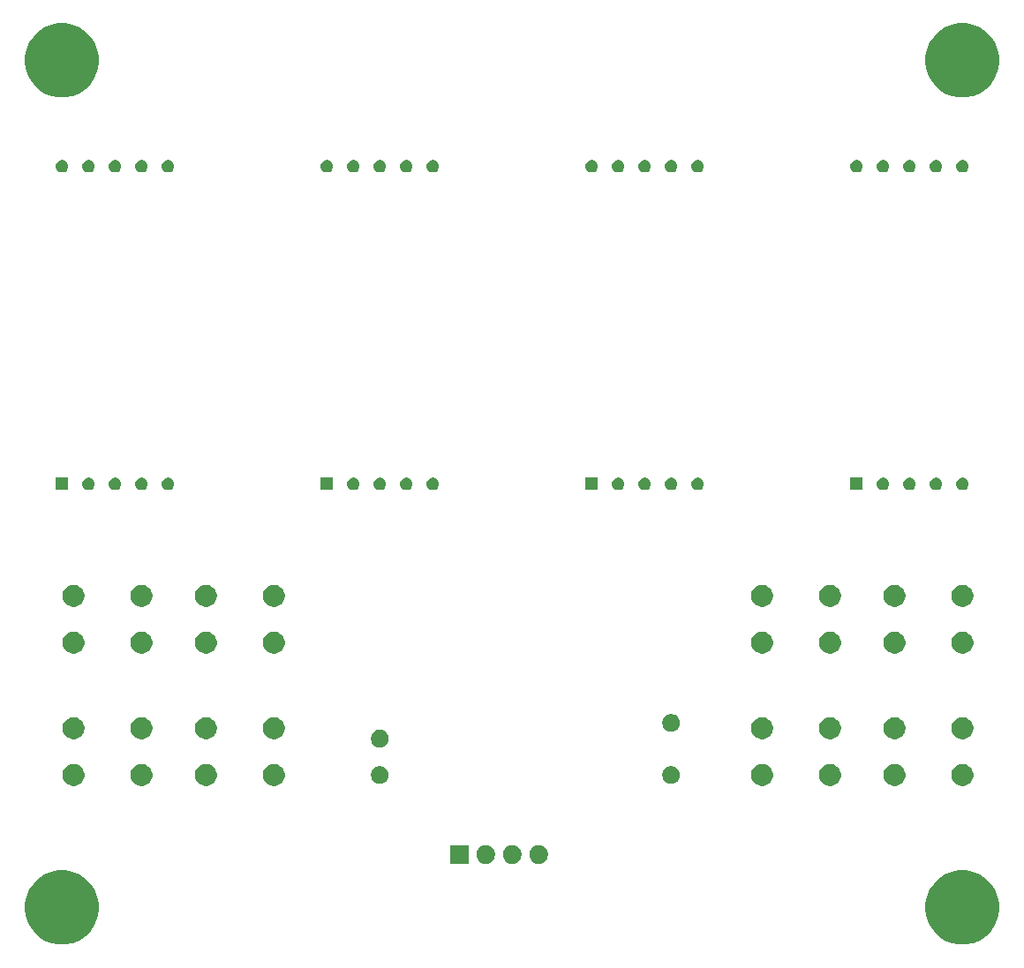
<source format=gts>
G04 #@! TF.GenerationSoftware,KiCad,Pcbnew,5.1.5-5.1.5*
G04 #@! TF.CreationDate,2019-12-29T19:55:11+11:00*
G04 #@! TF.ProjectId,inchdigits,696e6368-6469-4676-9974-732e6b696361,rev?*
G04 #@! TF.SameCoordinates,Original*
G04 #@! TF.FileFunction,Soldermask,Top*
G04 #@! TF.FilePolarity,Negative*
%FSLAX46Y46*%
G04 Gerber Fmt 4.6, Leading zero omitted, Abs format (unit mm)*
G04 Created by KiCad (PCBNEW 5.1.5-5.1.5) date 2019-12-29 19:55:11*
%MOMM*%
%LPD*%
G04 APERTURE LIST*
%ADD10C,0.100000*%
G04 APERTURE END LIST*
D10*
G36*
X158515787Y-75325462D02*
G01*
X158515790Y-75325463D01*
X158515789Y-75325463D01*
X159162029Y-75593144D01*
X159743631Y-75981758D01*
X160238242Y-76476369D01*
X160626856Y-77057971D01*
X160626856Y-77057972D01*
X160894538Y-77704213D01*
X161031000Y-78390256D01*
X161031000Y-79089744D01*
X160894538Y-79775787D01*
X160894537Y-79775789D01*
X160626856Y-80422029D01*
X160238242Y-81003631D01*
X159743631Y-81498242D01*
X159162029Y-81886856D01*
X158705068Y-82076135D01*
X158515787Y-82154538D01*
X157829744Y-82291000D01*
X157130256Y-82291000D01*
X156444213Y-82154538D01*
X156254932Y-82076135D01*
X155797971Y-81886856D01*
X155216369Y-81498242D01*
X154721758Y-81003631D01*
X154333144Y-80422029D01*
X154065463Y-79775789D01*
X154065462Y-79775787D01*
X153929000Y-79089744D01*
X153929000Y-78390256D01*
X154065462Y-77704213D01*
X154333144Y-77057972D01*
X154333144Y-77057971D01*
X154721758Y-76476369D01*
X155216369Y-75981758D01*
X155797971Y-75593144D01*
X156444211Y-75325463D01*
X156444210Y-75325463D01*
X156444213Y-75325462D01*
X157130256Y-75189000D01*
X157829744Y-75189000D01*
X158515787Y-75325462D01*
G37*
G36*
X72155787Y-75325462D02*
G01*
X72155790Y-75325463D01*
X72155789Y-75325463D01*
X72802029Y-75593144D01*
X73383631Y-75981758D01*
X73878242Y-76476369D01*
X74266856Y-77057971D01*
X74266856Y-77057972D01*
X74534538Y-77704213D01*
X74671000Y-78390256D01*
X74671000Y-79089744D01*
X74534538Y-79775787D01*
X74534537Y-79775789D01*
X74266856Y-80422029D01*
X73878242Y-81003631D01*
X73383631Y-81498242D01*
X72802029Y-81886856D01*
X72345068Y-82076135D01*
X72155787Y-82154538D01*
X71469744Y-82291000D01*
X70770256Y-82291000D01*
X70084213Y-82154538D01*
X69894932Y-82076135D01*
X69437971Y-81886856D01*
X68856369Y-81498242D01*
X68361758Y-81003631D01*
X67973144Y-80422029D01*
X67705463Y-79775789D01*
X67705462Y-79775787D01*
X67569000Y-79089744D01*
X67569000Y-78390256D01*
X67705462Y-77704213D01*
X67973144Y-77057972D01*
X67973144Y-77057971D01*
X68361758Y-76476369D01*
X68856369Y-75981758D01*
X69437971Y-75593144D01*
X70084211Y-75325463D01*
X70084210Y-75325463D01*
X70084213Y-75325462D01*
X70770256Y-75189000D01*
X71469744Y-75189000D01*
X72155787Y-75325462D01*
G37*
G36*
X110121000Y-74561000D02*
G01*
X108319000Y-74561000D01*
X108319000Y-72759000D01*
X110121000Y-72759000D01*
X110121000Y-74561000D01*
G37*
G36*
X116953512Y-72763927D02*
G01*
X117102812Y-72793624D01*
X117266784Y-72861544D01*
X117414354Y-72960147D01*
X117539853Y-73085646D01*
X117638456Y-73233216D01*
X117706376Y-73397188D01*
X117741000Y-73571259D01*
X117741000Y-73748741D01*
X117706376Y-73922812D01*
X117638456Y-74086784D01*
X117539853Y-74234354D01*
X117414354Y-74359853D01*
X117266784Y-74458456D01*
X117102812Y-74526376D01*
X116953512Y-74556073D01*
X116928742Y-74561000D01*
X116751258Y-74561000D01*
X116726488Y-74556073D01*
X116577188Y-74526376D01*
X116413216Y-74458456D01*
X116265646Y-74359853D01*
X116140147Y-74234354D01*
X116041544Y-74086784D01*
X115973624Y-73922812D01*
X115939000Y-73748741D01*
X115939000Y-73571259D01*
X115973624Y-73397188D01*
X116041544Y-73233216D01*
X116140147Y-73085646D01*
X116265646Y-72960147D01*
X116413216Y-72861544D01*
X116577188Y-72793624D01*
X116726488Y-72763927D01*
X116751258Y-72759000D01*
X116928742Y-72759000D01*
X116953512Y-72763927D01*
G37*
G36*
X114413512Y-72763927D02*
G01*
X114562812Y-72793624D01*
X114726784Y-72861544D01*
X114874354Y-72960147D01*
X114999853Y-73085646D01*
X115098456Y-73233216D01*
X115166376Y-73397188D01*
X115201000Y-73571259D01*
X115201000Y-73748741D01*
X115166376Y-73922812D01*
X115098456Y-74086784D01*
X114999853Y-74234354D01*
X114874354Y-74359853D01*
X114726784Y-74458456D01*
X114562812Y-74526376D01*
X114413512Y-74556073D01*
X114388742Y-74561000D01*
X114211258Y-74561000D01*
X114186488Y-74556073D01*
X114037188Y-74526376D01*
X113873216Y-74458456D01*
X113725646Y-74359853D01*
X113600147Y-74234354D01*
X113501544Y-74086784D01*
X113433624Y-73922812D01*
X113399000Y-73748741D01*
X113399000Y-73571259D01*
X113433624Y-73397188D01*
X113501544Y-73233216D01*
X113600147Y-73085646D01*
X113725646Y-72960147D01*
X113873216Y-72861544D01*
X114037188Y-72793624D01*
X114186488Y-72763927D01*
X114211258Y-72759000D01*
X114388742Y-72759000D01*
X114413512Y-72763927D01*
G37*
G36*
X111873512Y-72763927D02*
G01*
X112022812Y-72793624D01*
X112186784Y-72861544D01*
X112334354Y-72960147D01*
X112459853Y-73085646D01*
X112558456Y-73233216D01*
X112626376Y-73397188D01*
X112661000Y-73571259D01*
X112661000Y-73748741D01*
X112626376Y-73922812D01*
X112558456Y-74086784D01*
X112459853Y-74234354D01*
X112334354Y-74359853D01*
X112186784Y-74458456D01*
X112022812Y-74526376D01*
X111873512Y-74556073D01*
X111848742Y-74561000D01*
X111671258Y-74561000D01*
X111646488Y-74556073D01*
X111497188Y-74526376D01*
X111333216Y-74458456D01*
X111185646Y-74359853D01*
X111060147Y-74234354D01*
X110961544Y-74086784D01*
X110893624Y-73922812D01*
X110859000Y-73748741D01*
X110859000Y-73571259D01*
X110893624Y-73397188D01*
X110961544Y-73233216D01*
X111060147Y-73085646D01*
X111185646Y-72960147D01*
X111333216Y-72861544D01*
X111497188Y-72793624D01*
X111646488Y-72763927D01*
X111671258Y-72759000D01*
X111848742Y-72759000D01*
X111873512Y-72763927D01*
G37*
G36*
X79046564Y-65029389D02*
G01*
X79237833Y-65108615D01*
X79237835Y-65108616D01*
X79358138Y-65189000D01*
X79409973Y-65223635D01*
X79556365Y-65370027D01*
X79671385Y-65542167D01*
X79750611Y-65733436D01*
X79791000Y-65936484D01*
X79791000Y-66143516D01*
X79750611Y-66346564D01*
X79671385Y-66537833D01*
X79671384Y-66537835D01*
X79556365Y-66709973D01*
X79409973Y-66856365D01*
X79237835Y-66971384D01*
X79237834Y-66971385D01*
X79237833Y-66971385D01*
X79046564Y-67050611D01*
X78843516Y-67091000D01*
X78636484Y-67091000D01*
X78433436Y-67050611D01*
X78242167Y-66971385D01*
X78242166Y-66971385D01*
X78242165Y-66971384D01*
X78070027Y-66856365D01*
X77923635Y-66709973D01*
X77808616Y-66537835D01*
X77808615Y-66537833D01*
X77729389Y-66346564D01*
X77689000Y-66143516D01*
X77689000Y-65936484D01*
X77729389Y-65733436D01*
X77808615Y-65542167D01*
X77923635Y-65370027D01*
X78070027Y-65223635D01*
X78121862Y-65189000D01*
X78242165Y-65108616D01*
X78242167Y-65108615D01*
X78433436Y-65029389D01*
X78636484Y-64989000D01*
X78843516Y-64989000D01*
X79046564Y-65029389D01*
G37*
G36*
X157786564Y-65029389D02*
G01*
X157977833Y-65108615D01*
X157977835Y-65108616D01*
X158098138Y-65189000D01*
X158149973Y-65223635D01*
X158296365Y-65370027D01*
X158411385Y-65542167D01*
X158490611Y-65733436D01*
X158531000Y-65936484D01*
X158531000Y-66143516D01*
X158490611Y-66346564D01*
X158411385Y-66537833D01*
X158411384Y-66537835D01*
X158296365Y-66709973D01*
X158149973Y-66856365D01*
X157977835Y-66971384D01*
X157977834Y-66971385D01*
X157977833Y-66971385D01*
X157786564Y-67050611D01*
X157583516Y-67091000D01*
X157376484Y-67091000D01*
X157173436Y-67050611D01*
X156982167Y-66971385D01*
X156982166Y-66971385D01*
X156982165Y-66971384D01*
X156810027Y-66856365D01*
X156663635Y-66709973D01*
X156548616Y-66537835D01*
X156548615Y-66537833D01*
X156469389Y-66346564D01*
X156429000Y-66143516D01*
X156429000Y-65936484D01*
X156469389Y-65733436D01*
X156548615Y-65542167D01*
X156663635Y-65370027D01*
X156810027Y-65223635D01*
X156861862Y-65189000D01*
X156982165Y-65108616D01*
X156982167Y-65108615D01*
X157173436Y-65029389D01*
X157376484Y-64989000D01*
X157583516Y-64989000D01*
X157786564Y-65029389D01*
G37*
G36*
X151286564Y-65029389D02*
G01*
X151477833Y-65108615D01*
X151477835Y-65108616D01*
X151598138Y-65189000D01*
X151649973Y-65223635D01*
X151796365Y-65370027D01*
X151911385Y-65542167D01*
X151990611Y-65733436D01*
X152031000Y-65936484D01*
X152031000Y-66143516D01*
X151990611Y-66346564D01*
X151911385Y-66537833D01*
X151911384Y-66537835D01*
X151796365Y-66709973D01*
X151649973Y-66856365D01*
X151477835Y-66971384D01*
X151477834Y-66971385D01*
X151477833Y-66971385D01*
X151286564Y-67050611D01*
X151083516Y-67091000D01*
X150876484Y-67091000D01*
X150673436Y-67050611D01*
X150482167Y-66971385D01*
X150482166Y-66971385D01*
X150482165Y-66971384D01*
X150310027Y-66856365D01*
X150163635Y-66709973D01*
X150048616Y-66537835D01*
X150048615Y-66537833D01*
X149969389Y-66346564D01*
X149929000Y-66143516D01*
X149929000Y-65936484D01*
X149969389Y-65733436D01*
X150048615Y-65542167D01*
X150163635Y-65370027D01*
X150310027Y-65223635D01*
X150361862Y-65189000D01*
X150482165Y-65108616D01*
X150482167Y-65108615D01*
X150673436Y-65029389D01*
X150876484Y-64989000D01*
X151083516Y-64989000D01*
X151286564Y-65029389D01*
G37*
G36*
X138586564Y-65029389D02*
G01*
X138777833Y-65108615D01*
X138777835Y-65108616D01*
X138898138Y-65189000D01*
X138949973Y-65223635D01*
X139096365Y-65370027D01*
X139211385Y-65542167D01*
X139290611Y-65733436D01*
X139331000Y-65936484D01*
X139331000Y-66143516D01*
X139290611Y-66346564D01*
X139211385Y-66537833D01*
X139211384Y-66537835D01*
X139096365Y-66709973D01*
X138949973Y-66856365D01*
X138777835Y-66971384D01*
X138777834Y-66971385D01*
X138777833Y-66971385D01*
X138586564Y-67050611D01*
X138383516Y-67091000D01*
X138176484Y-67091000D01*
X137973436Y-67050611D01*
X137782167Y-66971385D01*
X137782166Y-66971385D01*
X137782165Y-66971384D01*
X137610027Y-66856365D01*
X137463635Y-66709973D01*
X137348616Y-66537835D01*
X137348615Y-66537833D01*
X137269389Y-66346564D01*
X137229000Y-66143516D01*
X137229000Y-65936484D01*
X137269389Y-65733436D01*
X137348615Y-65542167D01*
X137463635Y-65370027D01*
X137610027Y-65223635D01*
X137661862Y-65189000D01*
X137782165Y-65108616D01*
X137782167Y-65108615D01*
X137973436Y-65029389D01*
X138176484Y-64989000D01*
X138383516Y-64989000D01*
X138586564Y-65029389D01*
G37*
G36*
X145086564Y-65029389D02*
G01*
X145277833Y-65108615D01*
X145277835Y-65108616D01*
X145398138Y-65189000D01*
X145449973Y-65223635D01*
X145596365Y-65370027D01*
X145711385Y-65542167D01*
X145790611Y-65733436D01*
X145831000Y-65936484D01*
X145831000Y-66143516D01*
X145790611Y-66346564D01*
X145711385Y-66537833D01*
X145711384Y-66537835D01*
X145596365Y-66709973D01*
X145449973Y-66856365D01*
X145277835Y-66971384D01*
X145277834Y-66971385D01*
X145277833Y-66971385D01*
X145086564Y-67050611D01*
X144883516Y-67091000D01*
X144676484Y-67091000D01*
X144473436Y-67050611D01*
X144282167Y-66971385D01*
X144282166Y-66971385D01*
X144282165Y-66971384D01*
X144110027Y-66856365D01*
X143963635Y-66709973D01*
X143848616Y-66537835D01*
X143848615Y-66537833D01*
X143769389Y-66346564D01*
X143729000Y-66143516D01*
X143729000Y-65936484D01*
X143769389Y-65733436D01*
X143848615Y-65542167D01*
X143963635Y-65370027D01*
X144110027Y-65223635D01*
X144161862Y-65189000D01*
X144282165Y-65108616D01*
X144282167Y-65108615D01*
X144473436Y-65029389D01*
X144676484Y-64989000D01*
X144883516Y-64989000D01*
X145086564Y-65029389D01*
G37*
G36*
X85246564Y-65029389D02*
G01*
X85437833Y-65108615D01*
X85437835Y-65108616D01*
X85558138Y-65189000D01*
X85609973Y-65223635D01*
X85756365Y-65370027D01*
X85871385Y-65542167D01*
X85950611Y-65733436D01*
X85991000Y-65936484D01*
X85991000Y-66143516D01*
X85950611Y-66346564D01*
X85871385Y-66537833D01*
X85871384Y-66537835D01*
X85756365Y-66709973D01*
X85609973Y-66856365D01*
X85437835Y-66971384D01*
X85437834Y-66971385D01*
X85437833Y-66971385D01*
X85246564Y-67050611D01*
X85043516Y-67091000D01*
X84836484Y-67091000D01*
X84633436Y-67050611D01*
X84442167Y-66971385D01*
X84442166Y-66971385D01*
X84442165Y-66971384D01*
X84270027Y-66856365D01*
X84123635Y-66709973D01*
X84008616Y-66537835D01*
X84008615Y-66537833D01*
X83929389Y-66346564D01*
X83889000Y-66143516D01*
X83889000Y-65936484D01*
X83929389Y-65733436D01*
X84008615Y-65542167D01*
X84123635Y-65370027D01*
X84270027Y-65223635D01*
X84321862Y-65189000D01*
X84442165Y-65108616D01*
X84442167Y-65108615D01*
X84633436Y-65029389D01*
X84836484Y-64989000D01*
X85043516Y-64989000D01*
X85246564Y-65029389D01*
G37*
G36*
X91746564Y-65029389D02*
G01*
X91937833Y-65108615D01*
X91937835Y-65108616D01*
X92058138Y-65189000D01*
X92109973Y-65223635D01*
X92256365Y-65370027D01*
X92371385Y-65542167D01*
X92450611Y-65733436D01*
X92491000Y-65936484D01*
X92491000Y-66143516D01*
X92450611Y-66346564D01*
X92371385Y-66537833D01*
X92371384Y-66537835D01*
X92256365Y-66709973D01*
X92109973Y-66856365D01*
X91937835Y-66971384D01*
X91937834Y-66971385D01*
X91937833Y-66971385D01*
X91746564Y-67050611D01*
X91543516Y-67091000D01*
X91336484Y-67091000D01*
X91133436Y-67050611D01*
X90942167Y-66971385D01*
X90942166Y-66971385D01*
X90942165Y-66971384D01*
X90770027Y-66856365D01*
X90623635Y-66709973D01*
X90508616Y-66537835D01*
X90508615Y-66537833D01*
X90429389Y-66346564D01*
X90389000Y-66143516D01*
X90389000Y-65936484D01*
X90429389Y-65733436D01*
X90508615Y-65542167D01*
X90623635Y-65370027D01*
X90770027Y-65223635D01*
X90821862Y-65189000D01*
X90942165Y-65108616D01*
X90942167Y-65108615D01*
X91133436Y-65029389D01*
X91336484Y-64989000D01*
X91543516Y-64989000D01*
X91746564Y-65029389D01*
G37*
G36*
X72546564Y-65029389D02*
G01*
X72737833Y-65108615D01*
X72737835Y-65108616D01*
X72858138Y-65189000D01*
X72909973Y-65223635D01*
X73056365Y-65370027D01*
X73171385Y-65542167D01*
X73250611Y-65733436D01*
X73291000Y-65936484D01*
X73291000Y-66143516D01*
X73250611Y-66346564D01*
X73171385Y-66537833D01*
X73171384Y-66537835D01*
X73056365Y-66709973D01*
X72909973Y-66856365D01*
X72737835Y-66971384D01*
X72737834Y-66971385D01*
X72737833Y-66971385D01*
X72546564Y-67050611D01*
X72343516Y-67091000D01*
X72136484Y-67091000D01*
X71933436Y-67050611D01*
X71742167Y-66971385D01*
X71742166Y-66971385D01*
X71742165Y-66971384D01*
X71570027Y-66856365D01*
X71423635Y-66709973D01*
X71308616Y-66537835D01*
X71308615Y-66537833D01*
X71229389Y-66346564D01*
X71189000Y-66143516D01*
X71189000Y-65936484D01*
X71229389Y-65733436D01*
X71308615Y-65542167D01*
X71423635Y-65370027D01*
X71570027Y-65223635D01*
X71621862Y-65189000D01*
X71742165Y-65108616D01*
X71742167Y-65108615D01*
X71933436Y-65029389D01*
X72136484Y-64989000D01*
X72343516Y-64989000D01*
X72546564Y-65029389D01*
G37*
G36*
X129788228Y-65221703D02*
G01*
X129943100Y-65285853D01*
X130082481Y-65378985D01*
X130201015Y-65497519D01*
X130294147Y-65636900D01*
X130358297Y-65791772D01*
X130391000Y-65956184D01*
X130391000Y-66123816D01*
X130358297Y-66288228D01*
X130294147Y-66443100D01*
X130201015Y-66582481D01*
X130082481Y-66701015D01*
X129943100Y-66794147D01*
X129788228Y-66858297D01*
X129623816Y-66891000D01*
X129456184Y-66891000D01*
X129291772Y-66858297D01*
X129136900Y-66794147D01*
X128997519Y-66701015D01*
X128878985Y-66582481D01*
X128785853Y-66443100D01*
X128721703Y-66288228D01*
X128689000Y-66123816D01*
X128689000Y-65956184D01*
X128721703Y-65791772D01*
X128785853Y-65636900D01*
X128878985Y-65497519D01*
X128997519Y-65378985D01*
X129136900Y-65285853D01*
X129291772Y-65221703D01*
X129456184Y-65189000D01*
X129623816Y-65189000D01*
X129788228Y-65221703D01*
G37*
G36*
X101848228Y-65221703D02*
G01*
X102003100Y-65285853D01*
X102142481Y-65378985D01*
X102261015Y-65497519D01*
X102354147Y-65636900D01*
X102418297Y-65791772D01*
X102451000Y-65956184D01*
X102451000Y-66123816D01*
X102418297Y-66288228D01*
X102354147Y-66443100D01*
X102261015Y-66582481D01*
X102142481Y-66701015D01*
X102003100Y-66794147D01*
X101848228Y-66858297D01*
X101683816Y-66891000D01*
X101516184Y-66891000D01*
X101351772Y-66858297D01*
X101196900Y-66794147D01*
X101057519Y-66701015D01*
X100938985Y-66582481D01*
X100845853Y-66443100D01*
X100781703Y-66288228D01*
X100749000Y-66123816D01*
X100749000Y-65956184D01*
X100781703Y-65791772D01*
X100845853Y-65636900D01*
X100938985Y-65497519D01*
X101057519Y-65378985D01*
X101196900Y-65285853D01*
X101351772Y-65221703D01*
X101516184Y-65189000D01*
X101683816Y-65189000D01*
X101848228Y-65221703D01*
G37*
G36*
X101848228Y-61721703D02*
G01*
X102003100Y-61785853D01*
X102142481Y-61878985D01*
X102261015Y-61997519D01*
X102354147Y-62136900D01*
X102418297Y-62291772D01*
X102451000Y-62456184D01*
X102451000Y-62623816D01*
X102418297Y-62788228D01*
X102354147Y-62943100D01*
X102261015Y-63082481D01*
X102142481Y-63201015D01*
X102003100Y-63294147D01*
X101848228Y-63358297D01*
X101683816Y-63391000D01*
X101516184Y-63391000D01*
X101351772Y-63358297D01*
X101196900Y-63294147D01*
X101057519Y-63201015D01*
X100938985Y-63082481D01*
X100845853Y-62943100D01*
X100781703Y-62788228D01*
X100749000Y-62623816D01*
X100749000Y-62456184D01*
X100781703Y-62291772D01*
X100845853Y-62136900D01*
X100938985Y-61997519D01*
X101057519Y-61878985D01*
X101196900Y-61785853D01*
X101351772Y-61721703D01*
X101516184Y-61689000D01*
X101683816Y-61689000D01*
X101848228Y-61721703D01*
G37*
G36*
X157786564Y-60529389D02*
G01*
X157977833Y-60608615D01*
X157977835Y-60608616D01*
X158020165Y-60636900D01*
X158149973Y-60723635D01*
X158296365Y-60870027D01*
X158411385Y-61042167D01*
X158490611Y-61233436D01*
X158531000Y-61436484D01*
X158531000Y-61643516D01*
X158490611Y-61846564D01*
X158428083Y-61997520D01*
X158411384Y-62037835D01*
X158296365Y-62209973D01*
X158149973Y-62356365D01*
X157977835Y-62471384D01*
X157977834Y-62471385D01*
X157977833Y-62471385D01*
X157786564Y-62550611D01*
X157583516Y-62591000D01*
X157376484Y-62591000D01*
X157173436Y-62550611D01*
X156982167Y-62471385D01*
X156982166Y-62471385D01*
X156982165Y-62471384D01*
X156810027Y-62356365D01*
X156663635Y-62209973D01*
X156548616Y-62037835D01*
X156531917Y-61997520D01*
X156469389Y-61846564D01*
X156429000Y-61643516D01*
X156429000Y-61436484D01*
X156469389Y-61233436D01*
X156548615Y-61042167D01*
X156663635Y-60870027D01*
X156810027Y-60723635D01*
X156939835Y-60636900D01*
X156982165Y-60608616D01*
X156982167Y-60608615D01*
X157173436Y-60529389D01*
X157376484Y-60489000D01*
X157583516Y-60489000D01*
X157786564Y-60529389D01*
G37*
G36*
X91746564Y-60529389D02*
G01*
X91937833Y-60608615D01*
X91937835Y-60608616D01*
X91980165Y-60636900D01*
X92109973Y-60723635D01*
X92256365Y-60870027D01*
X92371385Y-61042167D01*
X92450611Y-61233436D01*
X92491000Y-61436484D01*
X92491000Y-61643516D01*
X92450611Y-61846564D01*
X92388083Y-61997520D01*
X92371384Y-62037835D01*
X92256365Y-62209973D01*
X92109973Y-62356365D01*
X91937835Y-62471384D01*
X91937834Y-62471385D01*
X91937833Y-62471385D01*
X91746564Y-62550611D01*
X91543516Y-62591000D01*
X91336484Y-62591000D01*
X91133436Y-62550611D01*
X90942167Y-62471385D01*
X90942166Y-62471385D01*
X90942165Y-62471384D01*
X90770027Y-62356365D01*
X90623635Y-62209973D01*
X90508616Y-62037835D01*
X90491917Y-61997520D01*
X90429389Y-61846564D01*
X90389000Y-61643516D01*
X90389000Y-61436484D01*
X90429389Y-61233436D01*
X90508615Y-61042167D01*
X90623635Y-60870027D01*
X90770027Y-60723635D01*
X90899835Y-60636900D01*
X90942165Y-60608616D01*
X90942167Y-60608615D01*
X91133436Y-60529389D01*
X91336484Y-60489000D01*
X91543516Y-60489000D01*
X91746564Y-60529389D01*
G37*
G36*
X72546564Y-60529389D02*
G01*
X72737833Y-60608615D01*
X72737835Y-60608616D01*
X72780165Y-60636900D01*
X72909973Y-60723635D01*
X73056365Y-60870027D01*
X73171385Y-61042167D01*
X73250611Y-61233436D01*
X73291000Y-61436484D01*
X73291000Y-61643516D01*
X73250611Y-61846564D01*
X73188083Y-61997520D01*
X73171384Y-62037835D01*
X73056365Y-62209973D01*
X72909973Y-62356365D01*
X72737835Y-62471384D01*
X72737834Y-62471385D01*
X72737833Y-62471385D01*
X72546564Y-62550611D01*
X72343516Y-62591000D01*
X72136484Y-62591000D01*
X71933436Y-62550611D01*
X71742167Y-62471385D01*
X71742166Y-62471385D01*
X71742165Y-62471384D01*
X71570027Y-62356365D01*
X71423635Y-62209973D01*
X71308616Y-62037835D01*
X71291917Y-61997520D01*
X71229389Y-61846564D01*
X71189000Y-61643516D01*
X71189000Y-61436484D01*
X71229389Y-61233436D01*
X71308615Y-61042167D01*
X71423635Y-60870027D01*
X71570027Y-60723635D01*
X71699835Y-60636900D01*
X71742165Y-60608616D01*
X71742167Y-60608615D01*
X71933436Y-60529389D01*
X72136484Y-60489000D01*
X72343516Y-60489000D01*
X72546564Y-60529389D01*
G37*
G36*
X138586564Y-60529389D02*
G01*
X138777833Y-60608615D01*
X138777835Y-60608616D01*
X138820165Y-60636900D01*
X138949973Y-60723635D01*
X139096365Y-60870027D01*
X139211385Y-61042167D01*
X139290611Y-61233436D01*
X139331000Y-61436484D01*
X139331000Y-61643516D01*
X139290611Y-61846564D01*
X139228083Y-61997520D01*
X139211384Y-62037835D01*
X139096365Y-62209973D01*
X138949973Y-62356365D01*
X138777835Y-62471384D01*
X138777834Y-62471385D01*
X138777833Y-62471385D01*
X138586564Y-62550611D01*
X138383516Y-62591000D01*
X138176484Y-62591000D01*
X137973436Y-62550611D01*
X137782167Y-62471385D01*
X137782166Y-62471385D01*
X137782165Y-62471384D01*
X137610027Y-62356365D01*
X137463635Y-62209973D01*
X137348616Y-62037835D01*
X137331917Y-61997520D01*
X137269389Y-61846564D01*
X137229000Y-61643516D01*
X137229000Y-61436484D01*
X137269389Y-61233436D01*
X137348615Y-61042167D01*
X137463635Y-60870027D01*
X137610027Y-60723635D01*
X137739835Y-60636900D01*
X137782165Y-60608616D01*
X137782167Y-60608615D01*
X137973436Y-60529389D01*
X138176484Y-60489000D01*
X138383516Y-60489000D01*
X138586564Y-60529389D01*
G37*
G36*
X79046564Y-60529389D02*
G01*
X79237833Y-60608615D01*
X79237835Y-60608616D01*
X79280165Y-60636900D01*
X79409973Y-60723635D01*
X79556365Y-60870027D01*
X79671385Y-61042167D01*
X79750611Y-61233436D01*
X79791000Y-61436484D01*
X79791000Y-61643516D01*
X79750611Y-61846564D01*
X79688083Y-61997520D01*
X79671384Y-62037835D01*
X79556365Y-62209973D01*
X79409973Y-62356365D01*
X79237835Y-62471384D01*
X79237834Y-62471385D01*
X79237833Y-62471385D01*
X79046564Y-62550611D01*
X78843516Y-62591000D01*
X78636484Y-62591000D01*
X78433436Y-62550611D01*
X78242167Y-62471385D01*
X78242166Y-62471385D01*
X78242165Y-62471384D01*
X78070027Y-62356365D01*
X77923635Y-62209973D01*
X77808616Y-62037835D01*
X77791917Y-61997520D01*
X77729389Y-61846564D01*
X77689000Y-61643516D01*
X77689000Y-61436484D01*
X77729389Y-61233436D01*
X77808615Y-61042167D01*
X77923635Y-60870027D01*
X78070027Y-60723635D01*
X78199835Y-60636900D01*
X78242165Y-60608616D01*
X78242167Y-60608615D01*
X78433436Y-60529389D01*
X78636484Y-60489000D01*
X78843516Y-60489000D01*
X79046564Y-60529389D01*
G37*
G36*
X85246564Y-60529389D02*
G01*
X85437833Y-60608615D01*
X85437835Y-60608616D01*
X85480165Y-60636900D01*
X85609973Y-60723635D01*
X85756365Y-60870027D01*
X85871385Y-61042167D01*
X85950611Y-61233436D01*
X85991000Y-61436484D01*
X85991000Y-61643516D01*
X85950611Y-61846564D01*
X85888083Y-61997520D01*
X85871384Y-62037835D01*
X85756365Y-62209973D01*
X85609973Y-62356365D01*
X85437835Y-62471384D01*
X85437834Y-62471385D01*
X85437833Y-62471385D01*
X85246564Y-62550611D01*
X85043516Y-62591000D01*
X84836484Y-62591000D01*
X84633436Y-62550611D01*
X84442167Y-62471385D01*
X84442166Y-62471385D01*
X84442165Y-62471384D01*
X84270027Y-62356365D01*
X84123635Y-62209973D01*
X84008616Y-62037835D01*
X83991917Y-61997520D01*
X83929389Y-61846564D01*
X83889000Y-61643516D01*
X83889000Y-61436484D01*
X83929389Y-61233436D01*
X84008615Y-61042167D01*
X84123635Y-60870027D01*
X84270027Y-60723635D01*
X84399835Y-60636900D01*
X84442165Y-60608616D01*
X84442167Y-60608615D01*
X84633436Y-60529389D01*
X84836484Y-60489000D01*
X85043516Y-60489000D01*
X85246564Y-60529389D01*
G37*
G36*
X145086564Y-60529389D02*
G01*
X145277833Y-60608615D01*
X145277835Y-60608616D01*
X145320165Y-60636900D01*
X145449973Y-60723635D01*
X145596365Y-60870027D01*
X145711385Y-61042167D01*
X145790611Y-61233436D01*
X145831000Y-61436484D01*
X145831000Y-61643516D01*
X145790611Y-61846564D01*
X145728083Y-61997520D01*
X145711384Y-62037835D01*
X145596365Y-62209973D01*
X145449973Y-62356365D01*
X145277835Y-62471384D01*
X145277834Y-62471385D01*
X145277833Y-62471385D01*
X145086564Y-62550611D01*
X144883516Y-62591000D01*
X144676484Y-62591000D01*
X144473436Y-62550611D01*
X144282167Y-62471385D01*
X144282166Y-62471385D01*
X144282165Y-62471384D01*
X144110027Y-62356365D01*
X143963635Y-62209973D01*
X143848616Y-62037835D01*
X143831917Y-61997520D01*
X143769389Y-61846564D01*
X143729000Y-61643516D01*
X143729000Y-61436484D01*
X143769389Y-61233436D01*
X143848615Y-61042167D01*
X143963635Y-60870027D01*
X144110027Y-60723635D01*
X144239835Y-60636900D01*
X144282165Y-60608616D01*
X144282167Y-60608615D01*
X144473436Y-60529389D01*
X144676484Y-60489000D01*
X144883516Y-60489000D01*
X145086564Y-60529389D01*
G37*
G36*
X151286564Y-60529389D02*
G01*
X151477833Y-60608615D01*
X151477835Y-60608616D01*
X151520165Y-60636900D01*
X151649973Y-60723635D01*
X151796365Y-60870027D01*
X151911385Y-61042167D01*
X151990611Y-61233436D01*
X152031000Y-61436484D01*
X152031000Y-61643516D01*
X151990611Y-61846564D01*
X151928083Y-61997520D01*
X151911384Y-62037835D01*
X151796365Y-62209973D01*
X151649973Y-62356365D01*
X151477835Y-62471384D01*
X151477834Y-62471385D01*
X151477833Y-62471385D01*
X151286564Y-62550611D01*
X151083516Y-62591000D01*
X150876484Y-62591000D01*
X150673436Y-62550611D01*
X150482167Y-62471385D01*
X150482166Y-62471385D01*
X150482165Y-62471384D01*
X150310027Y-62356365D01*
X150163635Y-62209973D01*
X150048616Y-62037835D01*
X150031917Y-61997520D01*
X149969389Y-61846564D01*
X149929000Y-61643516D01*
X149929000Y-61436484D01*
X149969389Y-61233436D01*
X150048615Y-61042167D01*
X150163635Y-60870027D01*
X150310027Y-60723635D01*
X150439835Y-60636900D01*
X150482165Y-60608616D01*
X150482167Y-60608615D01*
X150673436Y-60529389D01*
X150876484Y-60489000D01*
X151083516Y-60489000D01*
X151286564Y-60529389D01*
G37*
G36*
X129788228Y-60221703D02*
G01*
X129943100Y-60285853D01*
X130082481Y-60378985D01*
X130201015Y-60497519D01*
X130294147Y-60636900D01*
X130358297Y-60791772D01*
X130391000Y-60956184D01*
X130391000Y-61123816D01*
X130358297Y-61288228D01*
X130294147Y-61443100D01*
X130201015Y-61582481D01*
X130082481Y-61701015D01*
X129943100Y-61794147D01*
X129788228Y-61858297D01*
X129623816Y-61891000D01*
X129456184Y-61891000D01*
X129291772Y-61858297D01*
X129136900Y-61794147D01*
X128997519Y-61701015D01*
X128878985Y-61582481D01*
X128785853Y-61443100D01*
X128721703Y-61288228D01*
X128689000Y-61123816D01*
X128689000Y-60956184D01*
X128721703Y-60791772D01*
X128785853Y-60636900D01*
X128878985Y-60497519D01*
X128997519Y-60378985D01*
X129136900Y-60285853D01*
X129291772Y-60221703D01*
X129456184Y-60189000D01*
X129623816Y-60189000D01*
X129788228Y-60221703D01*
G37*
G36*
X79046564Y-52329389D02*
G01*
X79237833Y-52408615D01*
X79237835Y-52408616D01*
X79409973Y-52523635D01*
X79556365Y-52670027D01*
X79671385Y-52842167D01*
X79750611Y-53033436D01*
X79791000Y-53236484D01*
X79791000Y-53443516D01*
X79750611Y-53646564D01*
X79671385Y-53837833D01*
X79671384Y-53837835D01*
X79556365Y-54009973D01*
X79409973Y-54156365D01*
X79237835Y-54271384D01*
X79237834Y-54271385D01*
X79237833Y-54271385D01*
X79046564Y-54350611D01*
X78843516Y-54391000D01*
X78636484Y-54391000D01*
X78433436Y-54350611D01*
X78242167Y-54271385D01*
X78242166Y-54271385D01*
X78242165Y-54271384D01*
X78070027Y-54156365D01*
X77923635Y-54009973D01*
X77808616Y-53837835D01*
X77808615Y-53837833D01*
X77729389Y-53646564D01*
X77689000Y-53443516D01*
X77689000Y-53236484D01*
X77729389Y-53033436D01*
X77808615Y-52842167D01*
X77923635Y-52670027D01*
X78070027Y-52523635D01*
X78242165Y-52408616D01*
X78242167Y-52408615D01*
X78433436Y-52329389D01*
X78636484Y-52289000D01*
X78843516Y-52289000D01*
X79046564Y-52329389D01*
G37*
G36*
X72546564Y-52329389D02*
G01*
X72737833Y-52408615D01*
X72737835Y-52408616D01*
X72909973Y-52523635D01*
X73056365Y-52670027D01*
X73171385Y-52842167D01*
X73250611Y-53033436D01*
X73291000Y-53236484D01*
X73291000Y-53443516D01*
X73250611Y-53646564D01*
X73171385Y-53837833D01*
X73171384Y-53837835D01*
X73056365Y-54009973D01*
X72909973Y-54156365D01*
X72737835Y-54271384D01*
X72737834Y-54271385D01*
X72737833Y-54271385D01*
X72546564Y-54350611D01*
X72343516Y-54391000D01*
X72136484Y-54391000D01*
X71933436Y-54350611D01*
X71742167Y-54271385D01*
X71742166Y-54271385D01*
X71742165Y-54271384D01*
X71570027Y-54156365D01*
X71423635Y-54009973D01*
X71308616Y-53837835D01*
X71308615Y-53837833D01*
X71229389Y-53646564D01*
X71189000Y-53443516D01*
X71189000Y-53236484D01*
X71229389Y-53033436D01*
X71308615Y-52842167D01*
X71423635Y-52670027D01*
X71570027Y-52523635D01*
X71742165Y-52408616D01*
X71742167Y-52408615D01*
X71933436Y-52329389D01*
X72136484Y-52289000D01*
X72343516Y-52289000D01*
X72546564Y-52329389D01*
G37*
G36*
X85246564Y-52329389D02*
G01*
X85437833Y-52408615D01*
X85437835Y-52408616D01*
X85609973Y-52523635D01*
X85756365Y-52670027D01*
X85871385Y-52842167D01*
X85950611Y-53033436D01*
X85991000Y-53236484D01*
X85991000Y-53443516D01*
X85950611Y-53646564D01*
X85871385Y-53837833D01*
X85871384Y-53837835D01*
X85756365Y-54009973D01*
X85609973Y-54156365D01*
X85437835Y-54271384D01*
X85437834Y-54271385D01*
X85437833Y-54271385D01*
X85246564Y-54350611D01*
X85043516Y-54391000D01*
X84836484Y-54391000D01*
X84633436Y-54350611D01*
X84442167Y-54271385D01*
X84442166Y-54271385D01*
X84442165Y-54271384D01*
X84270027Y-54156365D01*
X84123635Y-54009973D01*
X84008616Y-53837835D01*
X84008615Y-53837833D01*
X83929389Y-53646564D01*
X83889000Y-53443516D01*
X83889000Y-53236484D01*
X83929389Y-53033436D01*
X84008615Y-52842167D01*
X84123635Y-52670027D01*
X84270027Y-52523635D01*
X84442165Y-52408616D01*
X84442167Y-52408615D01*
X84633436Y-52329389D01*
X84836484Y-52289000D01*
X85043516Y-52289000D01*
X85246564Y-52329389D01*
G37*
G36*
X91746564Y-52329389D02*
G01*
X91937833Y-52408615D01*
X91937835Y-52408616D01*
X92109973Y-52523635D01*
X92256365Y-52670027D01*
X92371385Y-52842167D01*
X92450611Y-53033436D01*
X92491000Y-53236484D01*
X92491000Y-53443516D01*
X92450611Y-53646564D01*
X92371385Y-53837833D01*
X92371384Y-53837835D01*
X92256365Y-54009973D01*
X92109973Y-54156365D01*
X91937835Y-54271384D01*
X91937834Y-54271385D01*
X91937833Y-54271385D01*
X91746564Y-54350611D01*
X91543516Y-54391000D01*
X91336484Y-54391000D01*
X91133436Y-54350611D01*
X90942167Y-54271385D01*
X90942166Y-54271385D01*
X90942165Y-54271384D01*
X90770027Y-54156365D01*
X90623635Y-54009973D01*
X90508616Y-53837835D01*
X90508615Y-53837833D01*
X90429389Y-53646564D01*
X90389000Y-53443516D01*
X90389000Y-53236484D01*
X90429389Y-53033436D01*
X90508615Y-52842167D01*
X90623635Y-52670027D01*
X90770027Y-52523635D01*
X90942165Y-52408616D01*
X90942167Y-52408615D01*
X91133436Y-52329389D01*
X91336484Y-52289000D01*
X91543516Y-52289000D01*
X91746564Y-52329389D01*
G37*
G36*
X145086564Y-52329389D02*
G01*
X145277833Y-52408615D01*
X145277835Y-52408616D01*
X145449973Y-52523635D01*
X145596365Y-52670027D01*
X145711385Y-52842167D01*
X145790611Y-53033436D01*
X145831000Y-53236484D01*
X145831000Y-53443516D01*
X145790611Y-53646564D01*
X145711385Y-53837833D01*
X145711384Y-53837835D01*
X145596365Y-54009973D01*
X145449973Y-54156365D01*
X145277835Y-54271384D01*
X145277834Y-54271385D01*
X145277833Y-54271385D01*
X145086564Y-54350611D01*
X144883516Y-54391000D01*
X144676484Y-54391000D01*
X144473436Y-54350611D01*
X144282167Y-54271385D01*
X144282166Y-54271385D01*
X144282165Y-54271384D01*
X144110027Y-54156365D01*
X143963635Y-54009973D01*
X143848616Y-53837835D01*
X143848615Y-53837833D01*
X143769389Y-53646564D01*
X143729000Y-53443516D01*
X143729000Y-53236484D01*
X143769389Y-53033436D01*
X143848615Y-52842167D01*
X143963635Y-52670027D01*
X144110027Y-52523635D01*
X144282165Y-52408616D01*
X144282167Y-52408615D01*
X144473436Y-52329389D01*
X144676484Y-52289000D01*
X144883516Y-52289000D01*
X145086564Y-52329389D01*
G37*
G36*
X151286564Y-52329389D02*
G01*
X151477833Y-52408615D01*
X151477835Y-52408616D01*
X151649973Y-52523635D01*
X151796365Y-52670027D01*
X151911385Y-52842167D01*
X151990611Y-53033436D01*
X152031000Y-53236484D01*
X152031000Y-53443516D01*
X151990611Y-53646564D01*
X151911385Y-53837833D01*
X151911384Y-53837835D01*
X151796365Y-54009973D01*
X151649973Y-54156365D01*
X151477835Y-54271384D01*
X151477834Y-54271385D01*
X151477833Y-54271385D01*
X151286564Y-54350611D01*
X151083516Y-54391000D01*
X150876484Y-54391000D01*
X150673436Y-54350611D01*
X150482167Y-54271385D01*
X150482166Y-54271385D01*
X150482165Y-54271384D01*
X150310027Y-54156365D01*
X150163635Y-54009973D01*
X150048616Y-53837835D01*
X150048615Y-53837833D01*
X149969389Y-53646564D01*
X149929000Y-53443516D01*
X149929000Y-53236484D01*
X149969389Y-53033436D01*
X150048615Y-52842167D01*
X150163635Y-52670027D01*
X150310027Y-52523635D01*
X150482165Y-52408616D01*
X150482167Y-52408615D01*
X150673436Y-52329389D01*
X150876484Y-52289000D01*
X151083516Y-52289000D01*
X151286564Y-52329389D01*
G37*
G36*
X157786564Y-52329389D02*
G01*
X157977833Y-52408615D01*
X157977835Y-52408616D01*
X158149973Y-52523635D01*
X158296365Y-52670027D01*
X158411385Y-52842167D01*
X158490611Y-53033436D01*
X158531000Y-53236484D01*
X158531000Y-53443516D01*
X158490611Y-53646564D01*
X158411385Y-53837833D01*
X158411384Y-53837835D01*
X158296365Y-54009973D01*
X158149973Y-54156365D01*
X157977835Y-54271384D01*
X157977834Y-54271385D01*
X157977833Y-54271385D01*
X157786564Y-54350611D01*
X157583516Y-54391000D01*
X157376484Y-54391000D01*
X157173436Y-54350611D01*
X156982167Y-54271385D01*
X156982166Y-54271385D01*
X156982165Y-54271384D01*
X156810027Y-54156365D01*
X156663635Y-54009973D01*
X156548616Y-53837835D01*
X156548615Y-53837833D01*
X156469389Y-53646564D01*
X156429000Y-53443516D01*
X156429000Y-53236484D01*
X156469389Y-53033436D01*
X156548615Y-52842167D01*
X156663635Y-52670027D01*
X156810027Y-52523635D01*
X156982165Y-52408616D01*
X156982167Y-52408615D01*
X157173436Y-52329389D01*
X157376484Y-52289000D01*
X157583516Y-52289000D01*
X157786564Y-52329389D01*
G37*
G36*
X138586564Y-52329389D02*
G01*
X138777833Y-52408615D01*
X138777835Y-52408616D01*
X138949973Y-52523635D01*
X139096365Y-52670027D01*
X139211385Y-52842167D01*
X139290611Y-53033436D01*
X139331000Y-53236484D01*
X139331000Y-53443516D01*
X139290611Y-53646564D01*
X139211385Y-53837833D01*
X139211384Y-53837835D01*
X139096365Y-54009973D01*
X138949973Y-54156365D01*
X138777835Y-54271384D01*
X138777834Y-54271385D01*
X138777833Y-54271385D01*
X138586564Y-54350611D01*
X138383516Y-54391000D01*
X138176484Y-54391000D01*
X137973436Y-54350611D01*
X137782167Y-54271385D01*
X137782166Y-54271385D01*
X137782165Y-54271384D01*
X137610027Y-54156365D01*
X137463635Y-54009973D01*
X137348616Y-53837835D01*
X137348615Y-53837833D01*
X137269389Y-53646564D01*
X137229000Y-53443516D01*
X137229000Y-53236484D01*
X137269389Y-53033436D01*
X137348615Y-52842167D01*
X137463635Y-52670027D01*
X137610027Y-52523635D01*
X137782165Y-52408616D01*
X137782167Y-52408615D01*
X137973436Y-52329389D01*
X138176484Y-52289000D01*
X138383516Y-52289000D01*
X138586564Y-52329389D01*
G37*
G36*
X151286564Y-47829389D02*
G01*
X151477833Y-47908615D01*
X151477835Y-47908616D01*
X151649973Y-48023635D01*
X151796365Y-48170027D01*
X151911385Y-48342167D01*
X151990611Y-48533436D01*
X152031000Y-48736484D01*
X152031000Y-48943516D01*
X151990611Y-49146564D01*
X151911385Y-49337833D01*
X151911384Y-49337835D01*
X151796365Y-49509973D01*
X151649973Y-49656365D01*
X151477835Y-49771384D01*
X151477834Y-49771385D01*
X151477833Y-49771385D01*
X151286564Y-49850611D01*
X151083516Y-49891000D01*
X150876484Y-49891000D01*
X150673436Y-49850611D01*
X150482167Y-49771385D01*
X150482166Y-49771385D01*
X150482165Y-49771384D01*
X150310027Y-49656365D01*
X150163635Y-49509973D01*
X150048616Y-49337835D01*
X150048615Y-49337833D01*
X149969389Y-49146564D01*
X149929000Y-48943516D01*
X149929000Y-48736484D01*
X149969389Y-48533436D01*
X150048615Y-48342167D01*
X150163635Y-48170027D01*
X150310027Y-48023635D01*
X150482165Y-47908616D01*
X150482167Y-47908615D01*
X150673436Y-47829389D01*
X150876484Y-47789000D01*
X151083516Y-47789000D01*
X151286564Y-47829389D01*
G37*
G36*
X138586564Y-47829389D02*
G01*
X138777833Y-47908615D01*
X138777835Y-47908616D01*
X138949973Y-48023635D01*
X139096365Y-48170027D01*
X139211385Y-48342167D01*
X139290611Y-48533436D01*
X139331000Y-48736484D01*
X139331000Y-48943516D01*
X139290611Y-49146564D01*
X139211385Y-49337833D01*
X139211384Y-49337835D01*
X139096365Y-49509973D01*
X138949973Y-49656365D01*
X138777835Y-49771384D01*
X138777834Y-49771385D01*
X138777833Y-49771385D01*
X138586564Y-49850611D01*
X138383516Y-49891000D01*
X138176484Y-49891000D01*
X137973436Y-49850611D01*
X137782167Y-49771385D01*
X137782166Y-49771385D01*
X137782165Y-49771384D01*
X137610027Y-49656365D01*
X137463635Y-49509973D01*
X137348616Y-49337835D01*
X137348615Y-49337833D01*
X137269389Y-49146564D01*
X137229000Y-48943516D01*
X137229000Y-48736484D01*
X137269389Y-48533436D01*
X137348615Y-48342167D01*
X137463635Y-48170027D01*
X137610027Y-48023635D01*
X137782165Y-47908616D01*
X137782167Y-47908615D01*
X137973436Y-47829389D01*
X138176484Y-47789000D01*
X138383516Y-47789000D01*
X138586564Y-47829389D01*
G37*
G36*
X145086564Y-47829389D02*
G01*
X145277833Y-47908615D01*
X145277835Y-47908616D01*
X145449973Y-48023635D01*
X145596365Y-48170027D01*
X145711385Y-48342167D01*
X145790611Y-48533436D01*
X145831000Y-48736484D01*
X145831000Y-48943516D01*
X145790611Y-49146564D01*
X145711385Y-49337833D01*
X145711384Y-49337835D01*
X145596365Y-49509973D01*
X145449973Y-49656365D01*
X145277835Y-49771384D01*
X145277834Y-49771385D01*
X145277833Y-49771385D01*
X145086564Y-49850611D01*
X144883516Y-49891000D01*
X144676484Y-49891000D01*
X144473436Y-49850611D01*
X144282167Y-49771385D01*
X144282166Y-49771385D01*
X144282165Y-49771384D01*
X144110027Y-49656365D01*
X143963635Y-49509973D01*
X143848616Y-49337835D01*
X143848615Y-49337833D01*
X143769389Y-49146564D01*
X143729000Y-48943516D01*
X143729000Y-48736484D01*
X143769389Y-48533436D01*
X143848615Y-48342167D01*
X143963635Y-48170027D01*
X144110027Y-48023635D01*
X144282165Y-47908616D01*
X144282167Y-47908615D01*
X144473436Y-47829389D01*
X144676484Y-47789000D01*
X144883516Y-47789000D01*
X145086564Y-47829389D01*
G37*
G36*
X91746564Y-47829389D02*
G01*
X91937833Y-47908615D01*
X91937835Y-47908616D01*
X92109973Y-48023635D01*
X92256365Y-48170027D01*
X92371385Y-48342167D01*
X92450611Y-48533436D01*
X92491000Y-48736484D01*
X92491000Y-48943516D01*
X92450611Y-49146564D01*
X92371385Y-49337833D01*
X92371384Y-49337835D01*
X92256365Y-49509973D01*
X92109973Y-49656365D01*
X91937835Y-49771384D01*
X91937834Y-49771385D01*
X91937833Y-49771385D01*
X91746564Y-49850611D01*
X91543516Y-49891000D01*
X91336484Y-49891000D01*
X91133436Y-49850611D01*
X90942167Y-49771385D01*
X90942166Y-49771385D01*
X90942165Y-49771384D01*
X90770027Y-49656365D01*
X90623635Y-49509973D01*
X90508616Y-49337835D01*
X90508615Y-49337833D01*
X90429389Y-49146564D01*
X90389000Y-48943516D01*
X90389000Y-48736484D01*
X90429389Y-48533436D01*
X90508615Y-48342167D01*
X90623635Y-48170027D01*
X90770027Y-48023635D01*
X90942165Y-47908616D01*
X90942167Y-47908615D01*
X91133436Y-47829389D01*
X91336484Y-47789000D01*
X91543516Y-47789000D01*
X91746564Y-47829389D01*
G37*
G36*
X72546564Y-47829389D02*
G01*
X72737833Y-47908615D01*
X72737835Y-47908616D01*
X72909973Y-48023635D01*
X73056365Y-48170027D01*
X73171385Y-48342167D01*
X73250611Y-48533436D01*
X73291000Y-48736484D01*
X73291000Y-48943516D01*
X73250611Y-49146564D01*
X73171385Y-49337833D01*
X73171384Y-49337835D01*
X73056365Y-49509973D01*
X72909973Y-49656365D01*
X72737835Y-49771384D01*
X72737834Y-49771385D01*
X72737833Y-49771385D01*
X72546564Y-49850611D01*
X72343516Y-49891000D01*
X72136484Y-49891000D01*
X71933436Y-49850611D01*
X71742167Y-49771385D01*
X71742166Y-49771385D01*
X71742165Y-49771384D01*
X71570027Y-49656365D01*
X71423635Y-49509973D01*
X71308616Y-49337835D01*
X71308615Y-49337833D01*
X71229389Y-49146564D01*
X71189000Y-48943516D01*
X71189000Y-48736484D01*
X71229389Y-48533436D01*
X71308615Y-48342167D01*
X71423635Y-48170027D01*
X71570027Y-48023635D01*
X71742165Y-47908616D01*
X71742167Y-47908615D01*
X71933436Y-47829389D01*
X72136484Y-47789000D01*
X72343516Y-47789000D01*
X72546564Y-47829389D01*
G37*
G36*
X79046564Y-47829389D02*
G01*
X79237833Y-47908615D01*
X79237835Y-47908616D01*
X79409973Y-48023635D01*
X79556365Y-48170027D01*
X79671385Y-48342167D01*
X79750611Y-48533436D01*
X79791000Y-48736484D01*
X79791000Y-48943516D01*
X79750611Y-49146564D01*
X79671385Y-49337833D01*
X79671384Y-49337835D01*
X79556365Y-49509973D01*
X79409973Y-49656365D01*
X79237835Y-49771384D01*
X79237834Y-49771385D01*
X79237833Y-49771385D01*
X79046564Y-49850611D01*
X78843516Y-49891000D01*
X78636484Y-49891000D01*
X78433436Y-49850611D01*
X78242167Y-49771385D01*
X78242166Y-49771385D01*
X78242165Y-49771384D01*
X78070027Y-49656365D01*
X77923635Y-49509973D01*
X77808616Y-49337835D01*
X77808615Y-49337833D01*
X77729389Y-49146564D01*
X77689000Y-48943516D01*
X77689000Y-48736484D01*
X77729389Y-48533436D01*
X77808615Y-48342167D01*
X77923635Y-48170027D01*
X78070027Y-48023635D01*
X78242165Y-47908616D01*
X78242167Y-47908615D01*
X78433436Y-47829389D01*
X78636484Y-47789000D01*
X78843516Y-47789000D01*
X79046564Y-47829389D01*
G37*
G36*
X157786564Y-47829389D02*
G01*
X157977833Y-47908615D01*
X157977835Y-47908616D01*
X158149973Y-48023635D01*
X158296365Y-48170027D01*
X158411385Y-48342167D01*
X158490611Y-48533436D01*
X158531000Y-48736484D01*
X158531000Y-48943516D01*
X158490611Y-49146564D01*
X158411385Y-49337833D01*
X158411384Y-49337835D01*
X158296365Y-49509973D01*
X158149973Y-49656365D01*
X157977835Y-49771384D01*
X157977834Y-49771385D01*
X157977833Y-49771385D01*
X157786564Y-49850611D01*
X157583516Y-49891000D01*
X157376484Y-49891000D01*
X157173436Y-49850611D01*
X156982167Y-49771385D01*
X156982166Y-49771385D01*
X156982165Y-49771384D01*
X156810027Y-49656365D01*
X156663635Y-49509973D01*
X156548616Y-49337835D01*
X156548615Y-49337833D01*
X156469389Y-49146564D01*
X156429000Y-48943516D01*
X156429000Y-48736484D01*
X156469389Y-48533436D01*
X156548615Y-48342167D01*
X156663635Y-48170027D01*
X156810027Y-48023635D01*
X156982165Y-47908616D01*
X156982167Y-47908615D01*
X157173436Y-47829389D01*
X157376484Y-47789000D01*
X157583516Y-47789000D01*
X157786564Y-47829389D01*
G37*
G36*
X85246564Y-47829389D02*
G01*
X85437833Y-47908615D01*
X85437835Y-47908616D01*
X85609973Y-48023635D01*
X85756365Y-48170027D01*
X85871385Y-48342167D01*
X85950611Y-48533436D01*
X85991000Y-48736484D01*
X85991000Y-48943516D01*
X85950611Y-49146564D01*
X85871385Y-49337833D01*
X85871384Y-49337835D01*
X85756365Y-49509973D01*
X85609973Y-49656365D01*
X85437835Y-49771384D01*
X85437834Y-49771385D01*
X85437833Y-49771385D01*
X85246564Y-49850611D01*
X85043516Y-49891000D01*
X84836484Y-49891000D01*
X84633436Y-49850611D01*
X84442167Y-49771385D01*
X84442166Y-49771385D01*
X84442165Y-49771384D01*
X84270027Y-49656365D01*
X84123635Y-49509973D01*
X84008616Y-49337835D01*
X84008615Y-49337833D01*
X83929389Y-49146564D01*
X83889000Y-48943516D01*
X83889000Y-48736484D01*
X83929389Y-48533436D01*
X84008615Y-48342167D01*
X84123635Y-48170027D01*
X84270027Y-48023635D01*
X84442165Y-47908616D01*
X84442167Y-47908615D01*
X84633436Y-47829389D01*
X84836484Y-47789000D01*
X85043516Y-47789000D01*
X85246564Y-47829389D01*
G37*
G36*
X149996601Y-37514397D02*
G01*
X150035305Y-37522096D01*
X150067340Y-37535365D01*
X150144680Y-37567400D01*
X150243115Y-37633173D01*
X150326827Y-37716885D01*
X150392600Y-37815320D01*
X150437904Y-37924696D01*
X150461000Y-38040805D01*
X150461000Y-38159195D01*
X150437904Y-38275304D01*
X150392600Y-38384680D01*
X150326827Y-38483115D01*
X150243115Y-38566827D01*
X150144680Y-38632600D01*
X150067340Y-38664635D01*
X150035305Y-38677904D01*
X149996601Y-38685603D01*
X149919195Y-38701000D01*
X149800805Y-38701000D01*
X149723399Y-38685603D01*
X149684695Y-38677904D01*
X149652660Y-38664635D01*
X149575320Y-38632600D01*
X149476885Y-38566827D01*
X149393173Y-38483115D01*
X149327400Y-38384680D01*
X149282096Y-38275304D01*
X149259000Y-38159195D01*
X149259000Y-38040805D01*
X149282096Y-37924696D01*
X149327400Y-37815320D01*
X149393173Y-37716885D01*
X149476885Y-37633173D01*
X149575320Y-37567400D01*
X149652660Y-37535365D01*
X149684695Y-37522096D01*
X149723399Y-37514397D01*
X149800805Y-37499000D01*
X149919195Y-37499000D01*
X149996601Y-37514397D01*
G37*
G36*
X97121000Y-38701000D02*
G01*
X95919000Y-38701000D01*
X95919000Y-37499000D01*
X97121000Y-37499000D01*
X97121000Y-38701000D01*
G37*
G36*
X81416601Y-37514397D02*
G01*
X81455305Y-37522096D01*
X81487340Y-37535365D01*
X81564680Y-37567400D01*
X81663115Y-37633173D01*
X81746827Y-37716885D01*
X81812600Y-37815320D01*
X81857904Y-37924696D01*
X81881000Y-38040805D01*
X81881000Y-38159195D01*
X81857904Y-38275304D01*
X81812600Y-38384680D01*
X81746827Y-38483115D01*
X81663115Y-38566827D01*
X81564680Y-38632600D01*
X81487340Y-38664635D01*
X81455305Y-38677904D01*
X81416601Y-38685603D01*
X81339195Y-38701000D01*
X81220805Y-38701000D01*
X81143399Y-38685603D01*
X81104695Y-38677904D01*
X81072660Y-38664635D01*
X80995320Y-38632600D01*
X80896885Y-38566827D01*
X80813173Y-38483115D01*
X80747400Y-38384680D01*
X80702096Y-38275304D01*
X80679000Y-38159195D01*
X80679000Y-38040805D01*
X80702096Y-37924696D01*
X80747400Y-37815320D01*
X80813173Y-37716885D01*
X80896885Y-37633173D01*
X80995320Y-37567400D01*
X81072660Y-37535365D01*
X81104695Y-37522096D01*
X81143399Y-37514397D01*
X81220805Y-37499000D01*
X81339195Y-37499000D01*
X81416601Y-37514397D01*
G37*
G36*
X71721000Y-38701000D02*
G01*
X70519000Y-38701000D01*
X70519000Y-37499000D01*
X71721000Y-37499000D01*
X71721000Y-38701000D01*
G37*
G36*
X73796601Y-37514397D02*
G01*
X73835305Y-37522096D01*
X73867340Y-37535365D01*
X73944680Y-37567400D01*
X74043115Y-37633173D01*
X74126827Y-37716885D01*
X74192600Y-37815320D01*
X74237904Y-37924696D01*
X74261000Y-38040805D01*
X74261000Y-38159195D01*
X74237904Y-38275304D01*
X74192600Y-38384680D01*
X74126827Y-38483115D01*
X74043115Y-38566827D01*
X73944680Y-38632600D01*
X73867340Y-38664635D01*
X73835305Y-38677904D01*
X73796601Y-38685603D01*
X73719195Y-38701000D01*
X73600805Y-38701000D01*
X73523399Y-38685603D01*
X73484695Y-38677904D01*
X73452660Y-38664635D01*
X73375320Y-38632600D01*
X73276885Y-38566827D01*
X73193173Y-38483115D01*
X73127400Y-38384680D01*
X73082096Y-38275304D01*
X73059000Y-38159195D01*
X73059000Y-38040805D01*
X73082096Y-37924696D01*
X73127400Y-37815320D01*
X73193173Y-37716885D01*
X73276885Y-37633173D01*
X73375320Y-37567400D01*
X73452660Y-37535365D01*
X73484695Y-37522096D01*
X73523399Y-37514397D01*
X73600805Y-37499000D01*
X73719195Y-37499000D01*
X73796601Y-37514397D01*
G37*
G36*
X76336601Y-37514397D02*
G01*
X76375305Y-37522096D01*
X76407340Y-37535365D01*
X76484680Y-37567400D01*
X76583115Y-37633173D01*
X76666827Y-37716885D01*
X76732600Y-37815320D01*
X76777904Y-37924696D01*
X76801000Y-38040805D01*
X76801000Y-38159195D01*
X76777904Y-38275304D01*
X76732600Y-38384680D01*
X76666827Y-38483115D01*
X76583115Y-38566827D01*
X76484680Y-38632600D01*
X76407340Y-38664635D01*
X76375305Y-38677904D01*
X76336601Y-38685603D01*
X76259195Y-38701000D01*
X76140805Y-38701000D01*
X76063399Y-38685603D01*
X76024695Y-38677904D01*
X75992660Y-38664635D01*
X75915320Y-38632600D01*
X75816885Y-38566827D01*
X75733173Y-38483115D01*
X75667400Y-38384680D01*
X75622096Y-38275304D01*
X75599000Y-38159195D01*
X75599000Y-38040805D01*
X75622096Y-37924696D01*
X75667400Y-37815320D01*
X75733173Y-37716885D01*
X75816885Y-37633173D01*
X75915320Y-37567400D01*
X75992660Y-37535365D01*
X76024695Y-37522096D01*
X76063399Y-37514397D01*
X76140805Y-37499000D01*
X76259195Y-37499000D01*
X76336601Y-37514397D01*
G37*
G36*
X78876601Y-37514397D02*
G01*
X78915305Y-37522096D01*
X78947340Y-37535365D01*
X79024680Y-37567400D01*
X79123115Y-37633173D01*
X79206827Y-37716885D01*
X79272600Y-37815320D01*
X79317904Y-37924696D01*
X79341000Y-38040805D01*
X79341000Y-38159195D01*
X79317904Y-38275304D01*
X79272600Y-38384680D01*
X79206827Y-38483115D01*
X79123115Y-38566827D01*
X79024680Y-38632600D01*
X78947340Y-38664635D01*
X78915305Y-38677904D01*
X78876601Y-38685603D01*
X78799195Y-38701000D01*
X78680805Y-38701000D01*
X78603399Y-38685603D01*
X78564695Y-38677904D01*
X78532660Y-38664635D01*
X78455320Y-38632600D01*
X78356885Y-38566827D01*
X78273173Y-38483115D01*
X78207400Y-38384680D01*
X78162096Y-38275304D01*
X78139000Y-38159195D01*
X78139000Y-38040805D01*
X78162096Y-37924696D01*
X78207400Y-37815320D01*
X78273173Y-37716885D01*
X78356885Y-37633173D01*
X78455320Y-37567400D01*
X78532660Y-37535365D01*
X78564695Y-37522096D01*
X78603399Y-37514397D01*
X78680805Y-37499000D01*
X78799195Y-37499000D01*
X78876601Y-37514397D01*
G37*
G36*
X99196601Y-37514397D02*
G01*
X99235305Y-37522096D01*
X99267340Y-37535365D01*
X99344680Y-37567400D01*
X99443115Y-37633173D01*
X99526827Y-37716885D01*
X99592600Y-37815320D01*
X99637904Y-37924696D01*
X99661000Y-38040805D01*
X99661000Y-38159195D01*
X99637904Y-38275304D01*
X99592600Y-38384680D01*
X99526827Y-38483115D01*
X99443115Y-38566827D01*
X99344680Y-38632600D01*
X99267340Y-38664635D01*
X99235305Y-38677904D01*
X99196601Y-38685603D01*
X99119195Y-38701000D01*
X99000805Y-38701000D01*
X98923399Y-38685603D01*
X98884695Y-38677904D01*
X98852660Y-38664635D01*
X98775320Y-38632600D01*
X98676885Y-38566827D01*
X98593173Y-38483115D01*
X98527400Y-38384680D01*
X98482096Y-38275304D01*
X98459000Y-38159195D01*
X98459000Y-38040805D01*
X98482096Y-37924696D01*
X98527400Y-37815320D01*
X98593173Y-37716885D01*
X98676885Y-37633173D01*
X98775320Y-37567400D01*
X98852660Y-37535365D01*
X98884695Y-37522096D01*
X98923399Y-37514397D01*
X99000805Y-37499000D01*
X99119195Y-37499000D01*
X99196601Y-37514397D01*
G37*
G36*
X157616601Y-37514397D02*
G01*
X157655305Y-37522096D01*
X157687340Y-37535365D01*
X157764680Y-37567400D01*
X157863115Y-37633173D01*
X157946827Y-37716885D01*
X158012600Y-37815320D01*
X158057904Y-37924696D01*
X158081000Y-38040805D01*
X158081000Y-38159195D01*
X158057904Y-38275304D01*
X158012600Y-38384680D01*
X157946827Y-38483115D01*
X157863115Y-38566827D01*
X157764680Y-38632600D01*
X157687340Y-38664635D01*
X157655305Y-38677904D01*
X157616601Y-38685603D01*
X157539195Y-38701000D01*
X157420805Y-38701000D01*
X157343399Y-38685603D01*
X157304695Y-38677904D01*
X157272660Y-38664635D01*
X157195320Y-38632600D01*
X157096885Y-38566827D01*
X157013173Y-38483115D01*
X156947400Y-38384680D01*
X156902096Y-38275304D01*
X156879000Y-38159195D01*
X156879000Y-38040805D01*
X156902096Y-37924696D01*
X156947400Y-37815320D01*
X157013173Y-37716885D01*
X157096885Y-37633173D01*
X157195320Y-37567400D01*
X157272660Y-37535365D01*
X157304695Y-37522096D01*
X157343399Y-37514397D01*
X157420805Y-37499000D01*
X157539195Y-37499000D01*
X157616601Y-37514397D01*
G37*
G36*
X101736601Y-37514397D02*
G01*
X101775305Y-37522096D01*
X101807340Y-37535365D01*
X101884680Y-37567400D01*
X101983115Y-37633173D01*
X102066827Y-37716885D01*
X102132600Y-37815320D01*
X102177904Y-37924696D01*
X102201000Y-38040805D01*
X102201000Y-38159195D01*
X102177904Y-38275304D01*
X102132600Y-38384680D01*
X102066827Y-38483115D01*
X101983115Y-38566827D01*
X101884680Y-38632600D01*
X101807340Y-38664635D01*
X101775305Y-38677904D01*
X101736601Y-38685603D01*
X101659195Y-38701000D01*
X101540805Y-38701000D01*
X101463399Y-38685603D01*
X101424695Y-38677904D01*
X101392660Y-38664635D01*
X101315320Y-38632600D01*
X101216885Y-38566827D01*
X101133173Y-38483115D01*
X101067400Y-38384680D01*
X101022096Y-38275304D01*
X100999000Y-38159195D01*
X100999000Y-38040805D01*
X101022096Y-37924696D01*
X101067400Y-37815320D01*
X101133173Y-37716885D01*
X101216885Y-37633173D01*
X101315320Y-37567400D01*
X101392660Y-37535365D01*
X101424695Y-37522096D01*
X101463399Y-37514397D01*
X101540805Y-37499000D01*
X101659195Y-37499000D01*
X101736601Y-37514397D01*
G37*
G36*
X122521000Y-38701000D02*
G01*
X121319000Y-38701000D01*
X121319000Y-37499000D01*
X122521000Y-37499000D01*
X122521000Y-38701000D01*
G37*
G36*
X124596601Y-37514397D02*
G01*
X124635305Y-37522096D01*
X124667340Y-37535365D01*
X124744680Y-37567400D01*
X124843115Y-37633173D01*
X124926827Y-37716885D01*
X124992600Y-37815320D01*
X125037904Y-37924696D01*
X125061000Y-38040805D01*
X125061000Y-38159195D01*
X125037904Y-38275304D01*
X124992600Y-38384680D01*
X124926827Y-38483115D01*
X124843115Y-38566827D01*
X124744680Y-38632600D01*
X124667340Y-38664635D01*
X124635305Y-38677904D01*
X124596601Y-38685603D01*
X124519195Y-38701000D01*
X124400805Y-38701000D01*
X124323399Y-38685603D01*
X124284695Y-38677904D01*
X124252660Y-38664635D01*
X124175320Y-38632600D01*
X124076885Y-38566827D01*
X123993173Y-38483115D01*
X123927400Y-38384680D01*
X123882096Y-38275304D01*
X123859000Y-38159195D01*
X123859000Y-38040805D01*
X123882096Y-37924696D01*
X123927400Y-37815320D01*
X123993173Y-37716885D01*
X124076885Y-37633173D01*
X124175320Y-37567400D01*
X124252660Y-37535365D01*
X124284695Y-37522096D01*
X124323399Y-37514397D01*
X124400805Y-37499000D01*
X124519195Y-37499000D01*
X124596601Y-37514397D01*
G37*
G36*
X127136601Y-37514397D02*
G01*
X127175305Y-37522096D01*
X127207340Y-37535365D01*
X127284680Y-37567400D01*
X127383115Y-37633173D01*
X127466827Y-37716885D01*
X127532600Y-37815320D01*
X127577904Y-37924696D01*
X127601000Y-38040805D01*
X127601000Y-38159195D01*
X127577904Y-38275304D01*
X127532600Y-38384680D01*
X127466827Y-38483115D01*
X127383115Y-38566827D01*
X127284680Y-38632600D01*
X127207340Y-38664635D01*
X127175305Y-38677904D01*
X127136601Y-38685603D01*
X127059195Y-38701000D01*
X126940805Y-38701000D01*
X126863399Y-38685603D01*
X126824695Y-38677904D01*
X126792660Y-38664635D01*
X126715320Y-38632600D01*
X126616885Y-38566827D01*
X126533173Y-38483115D01*
X126467400Y-38384680D01*
X126422096Y-38275304D01*
X126399000Y-38159195D01*
X126399000Y-38040805D01*
X126422096Y-37924696D01*
X126467400Y-37815320D01*
X126533173Y-37716885D01*
X126616885Y-37633173D01*
X126715320Y-37567400D01*
X126792660Y-37535365D01*
X126824695Y-37522096D01*
X126863399Y-37514397D01*
X126940805Y-37499000D01*
X127059195Y-37499000D01*
X127136601Y-37514397D01*
G37*
G36*
X129676601Y-37514397D02*
G01*
X129715305Y-37522096D01*
X129747340Y-37535365D01*
X129824680Y-37567400D01*
X129923115Y-37633173D01*
X130006827Y-37716885D01*
X130072600Y-37815320D01*
X130117904Y-37924696D01*
X130141000Y-38040805D01*
X130141000Y-38159195D01*
X130117904Y-38275304D01*
X130072600Y-38384680D01*
X130006827Y-38483115D01*
X129923115Y-38566827D01*
X129824680Y-38632600D01*
X129747340Y-38664635D01*
X129715305Y-38677904D01*
X129676601Y-38685603D01*
X129599195Y-38701000D01*
X129480805Y-38701000D01*
X129403399Y-38685603D01*
X129364695Y-38677904D01*
X129332660Y-38664635D01*
X129255320Y-38632600D01*
X129156885Y-38566827D01*
X129073173Y-38483115D01*
X129007400Y-38384680D01*
X128962096Y-38275304D01*
X128939000Y-38159195D01*
X128939000Y-38040805D01*
X128962096Y-37924696D01*
X129007400Y-37815320D01*
X129073173Y-37716885D01*
X129156885Y-37633173D01*
X129255320Y-37567400D01*
X129332660Y-37535365D01*
X129364695Y-37522096D01*
X129403399Y-37514397D01*
X129480805Y-37499000D01*
X129599195Y-37499000D01*
X129676601Y-37514397D01*
G37*
G36*
X132216601Y-37514397D02*
G01*
X132255305Y-37522096D01*
X132287340Y-37535365D01*
X132364680Y-37567400D01*
X132463115Y-37633173D01*
X132546827Y-37716885D01*
X132612600Y-37815320D01*
X132657904Y-37924696D01*
X132681000Y-38040805D01*
X132681000Y-38159195D01*
X132657904Y-38275304D01*
X132612600Y-38384680D01*
X132546827Y-38483115D01*
X132463115Y-38566827D01*
X132364680Y-38632600D01*
X132287340Y-38664635D01*
X132255305Y-38677904D01*
X132216601Y-38685603D01*
X132139195Y-38701000D01*
X132020805Y-38701000D01*
X131943399Y-38685603D01*
X131904695Y-38677904D01*
X131872660Y-38664635D01*
X131795320Y-38632600D01*
X131696885Y-38566827D01*
X131613173Y-38483115D01*
X131547400Y-38384680D01*
X131502096Y-38275304D01*
X131479000Y-38159195D01*
X131479000Y-38040805D01*
X131502096Y-37924696D01*
X131547400Y-37815320D01*
X131613173Y-37716885D01*
X131696885Y-37633173D01*
X131795320Y-37567400D01*
X131872660Y-37535365D01*
X131904695Y-37522096D01*
X131943399Y-37514397D01*
X132020805Y-37499000D01*
X132139195Y-37499000D01*
X132216601Y-37514397D01*
G37*
G36*
X147921000Y-38701000D02*
G01*
X146719000Y-38701000D01*
X146719000Y-37499000D01*
X147921000Y-37499000D01*
X147921000Y-38701000D01*
G37*
G36*
X104276601Y-37514397D02*
G01*
X104315305Y-37522096D01*
X104347340Y-37535365D01*
X104424680Y-37567400D01*
X104523115Y-37633173D01*
X104606827Y-37716885D01*
X104672600Y-37815320D01*
X104717904Y-37924696D01*
X104741000Y-38040805D01*
X104741000Y-38159195D01*
X104717904Y-38275304D01*
X104672600Y-38384680D01*
X104606827Y-38483115D01*
X104523115Y-38566827D01*
X104424680Y-38632600D01*
X104347340Y-38664635D01*
X104315305Y-38677904D01*
X104276601Y-38685603D01*
X104199195Y-38701000D01*
X104080805Y-38701000D01*
X104003399Y-38685603D01*
X103964695Y-38677904D01*
X103932660Y-38664635D01*
X103855320Y-38632600D01*
X103756885Y-38566827D01*
X103673173Y-38483115D01*
X103607400Y-38384680D01*
X103562096Y-38275304D01*
X103539000Y-38159195D01*
X103539000Y-38040805D01*
X103562096Y-37924696D01*
X103607400Y-37815320D01*
X103673173Y-37716885D01*
X103756885Y-37633173D01*
X103855320Y-37567400D01*
X103932660Y-37535365D01*
X103964695Y-37522096D01*
X104003399Y-37514397D01*
X104080805Y-37499000D01*
X104199195Y-37499000D01*
X104276601Y-37514397D01*
G37*
G36*
X152536601Y-37514397D02*
G01*
X152575305Y-37522096D01*
X152607340Y-37535365D01*
X152684680Y-37567400D01*
X152783115Y-37633173D01*
X152866827Y-37716885D01*
X152932600Y-37815320D01*
X152977904Y-37924696D01*
X153001000Y-38040805D01*
X153001000Y-38159195D01*
X152977904Y-38275304D01*
X152932600Y-38384680D01*
X152866827Y-38483115D01*
X152783115Y-38566827D01*
X152684680Y-38632600D01*
X152607340Y-38664635D01*
X152575305Y-38677904D01*
X152536601Y-38685603D01*
X152459195Y-38701000D01*
X152340805Y-38701000D01*
X152263399Y-38685603D01*
X152224695Y-38677904D01*
X152192660Y-38664635D01*
X152115320Y-38632600D01*
X152016885Y-38566827D01*
X151933173Y-38483115D01*
X151867400Y-38384680D01*
X151822096Y-38275304D01*
X151799000Y-38159195D01*
X151799000Y-38040805D01*
X151822096Y-37924696D01*
X151867400Y-37815320D01*
X151933173Y-37716885D01*
X152016885Y-37633173D01*
X152115320Y-37567400D01*
X152192660Y-37535365D01*
X152224695Y-37522096D01*
X152263399Y-37514397D01*
X152340805Y-37499000D01*
X152459195Y-37499000D01*
X152536601Y-37514397D01*
G37*
G36*
X155076601Y-37514397D02*
G01*
X155115305Y-37522096D01*
X155147340Y-37535365D01*
X155224680Y-37567400D01*
X155323115Y-37633173D01*
X155406827Y-37716885D01*
X155472600Y-37815320D01*
X155517904Y-37924696D01*
X155541000Y-38040805D01*
X155541000Y-38159195D01*
X155517904Y-38275304D01*
X155472600Y-38384680D01*
X155406827Y-38483115D01*
X155323115Y-38566827D01*
X155224680Y-38632600D01*
X155147340Y-38664635D01*
X155115305Y-38677904D01*
X155076601Y-38685603D01*
X154999195Y-38701000D01*
X154880805Y-38701000D01*
X154803399Y-38685603D01*
X154764695Y-38677904D01*
X154732660Y-38664635D01*
X154655320Y-38632600D01*
X154556885Y-38566827D01*
X154473173Y-38483115D01*
X154407400Y-38384680D01*
X154362096Y-38275304D01*
X154339000Y-38159195D01*
X154339000Y-38040805D01*
X154362096Y-37924696D01*
X154407400Y-37815320D01*
X154473173Y-37716885D01*
X154556885Y-37633173D01*
X154655320Y-37567400D01*
X154732660Y-37535365D01*
X154764695Y-37522096D01*
X154803399Y-37514397D01*
X154880805Y-37499000D01*
X154999195Y-37499000D01*
X155076601Y-37514397D01*
G37*
G36*
X106816601Y-37514397D02*
G01*
X106855305Y-37522096D01*
X106887340Y-37535365D01*
X106964680Y-37567400D01*
X107063115Y-37633173D01*
X107146827Y-37716885D01*
X107212600Y-37815320D01*
X107257904Y-37924696D01*
X107281000Y-38040805D01*
X107281000Y-38159195D01*
X107257904Y-38275304D01*
X107212600Y-38384680D01*
X107146827Y-38483115D01*
X107063115Y-38566827D01*
X106964680Y-38632600D01*
X106887340Y-38664635D01*
X106855305Y-38677904D01*
X106816601Y-38685603D01*
X106739195Y-38701000D01*
X106620805Y-38701000D01*
X106543399Y-38685603D01*
X106504695Y-38677904D01*
X106472660Y-38664635D01*
X106395320Y-38632600D01*
X106296885Y-38566827D01*
X106213173Y-38483115D01*
X106147400Y-38384680D01*
X106102096Y-38275304D01*
X106079000Y-38159195D01*
X106079000Y-38040805D01*
X106102096Y-37924696D01*
X106147400Y-37815320D01*
X106213173Y-37716885D01*
X106296885Y-37633173D01*
X106395320Y-37567400D01*
X106472660Y-37535365D01*
X106504695Y-37522096D01*
X106543399Y-37514397D01*
X106620805Y-37499000D01*
X106739195Y-37499000D01*
X106816601Y-37514397D01*
G37*
G36*
X122056601Y-7034397D02*
G01*
X122095305Y-7042096D01*
X122127340Y-7055365D01*
X122204680Y-7087400D01*
X122303115Y-7153173D01*
X122386827Y-7236885D01*
X122452600Y-7335320D01*
X122497904Y-7444696D01*
X122521000Y-7560805D01*
X122521000Y-7679195D01*
X122497904Y-7795304D01*
X122452600Y-7904680D01*
X122386827Y-8003115D01*
X122303115Y-8086827D01*
X122204680Y-8152600D01*
X122127340Y-8184635D01*
X122095305Y-8197904D01*
X122056601Y-8205603D01*
X121979195Y-8221000D01*
X121860805Y-8221000D01*
X121783399Y-8205603D01*
X121744695Y-8197904D01*
X121712660Y-8184635D01*
X121635320Y-8152600D01*
X121536885Y-8086827D01*
X121453173Y-8003115D01*
X121387400Y-7904680D01*
X121342096Y-7795304D01*
X121319000Y-7679195D01*
X121319000Y-7560805D01*
X121342096Y-7444696D01*
X121387400Y-7335320D01*
X121453173Y-7236885D01*
X121536885Y-7153173D01*
X121635320Y-7087400D01*
X121712660Y-7055365D01*
X121744695Y-7042096D01*
X121783399Y-7034397D01*
X121860805Y-7019000D01*
X121979195Y-7019000D01*
X122056601Y-7034397D01*
G37*
G36*
X129676601Y-7034397D02*
G01*
X129715305Y-7042096D01*
X129747340Y-7055365D01*
X129824680Y-7087400D01*
X129923115Y-7153173D01*
X130006827Y-7236885D01*
X130072600Y-7335320D01*
X130117904Y-7444696D01*
X130141000Y-7560805D01*
X130141000Y-7679195D01*
X130117904Y-7795304D01*
X130072600Y-7904680D01*
X130006827Y-8003115D01*
X129923115Y-8086827D01*
X129824680Y-8152600D01*
X129747340Y-8184635D01*
X129715305Y-8197904D01*
X129676601Y-8205603D01*
X129599195Y-8221000D01*
X129480805Y-8221000D01*
X129403399Y-8205603D01*
X129364695Y-8197904D01*
X129332660Y-8184635D01*
X129255320Y-8152600D01*
X129156885Y-8086827D01*
X129073173Y-8003115D01*
X129007400Y-7904680D01*
X128962096Y-7795304D01*
X128939000Y-7679195D01*
X128939000Y-7560805D01*
X128962096Y-7444696D01*
X129007400Y-7335320D01*
X129073173Y-7236885D01*
X129156885Y-7153173D01*
X129255320Y-7087400D01*
X129332660Y-7055365D01*
X129364695Y-7042096D01*
X129403399Y-7034397D01*
X129480805Y-7019000D01*
X129599195Y-7019000D01*
X129676601Y-7034397D01*
G37*
G36*
X124596601Y-7034397D02*
G01*
X124635305Y-7042096D01*
X124667340Y-7055365D01*
X124744680Y-7087400D01*
X124843115Y-7153173D01*
X124926827Y-7236885D01*
X124992600Y-7335320D01*
X125037904Y-7444696D01*
X125061000Y-7560805D01*
X125061000Y-7679195D01*
X125037904Y-7795304D01*
X124992600Y-7904680D01*
X124926827Y-8003115D01*
X124843115Y-8086827D01*
X124744680Y-8152600D01*
X124667340Y-8184635D01*
X124635305Y-8197904D01*
X124596601Y-8205603D01*
X124519195Y-8221000D01*
X124400805Y-8221000D01*
X124323399Y-8205603D01*
X124284695Y-8197904D01*
X124252660Y-8184635D01*
X124175320Y-8152600D01*
X124076885Y-8086827D01*
X123993173Y-8003115D01*
X123927400Y-7904680D01*
X123882096Y-7795304D01*
X123859000Y-7679195D01*
X123859000Y-7560805D01*
X123882096Y-7444696D01*
X123927400Y-7335320D01*
X123993173Y-7236885D01*
X124076885Y-7153173D01*
X124175320Y-7087400D01*
X124252660Y-7055365D01*
X124284695Y-7042096D01*
X124323399Y-7034397D01*
X124400805Y-7019000D01*
X124519195Y-7019000D01*
X124596601Y-7034397D01*
G37*
G36*
X127136601Y-7034397D02*
G01*
X127175305Y-7042096D01*
X127207340Y-7055365D01*
X127284680Y-7087400D01*
X127383115Y-7153173D01*
X127466827Y-7236885D01*
X127532600Y-7335320D01*
X127577904Y-7444696D01*
X127601000Y-7560805D01*
X127601000Y-7679195D01*
X127577904Y-7795304D01*
X127532600Y-7904680D01*
X127466827Y-8003115D01*
X127383115Y-8086827D01*
X127284680Y-8152600D01*
X127207340Y-8184635D01*
X127175305Y-8197904D01*
X127136601Y-8205603D01*
X127059195Y-8221000D01*
X126940805Y-8221000D01*
X126863399Y-8205603D01*
X126824695Y-8197904D01*
X126792660Y-8184635D01*
X126715320Y-8152600D01*
X126616885Y-8086827D01*
X126533173Y-8003115D01*
X126467400Y-7904680D01*
X126422096Y-7795304D01*
X126399000Y-7679195D01*
X126399000Y-7560805D01*
X126422096Y-7444696D01*
X126467400Y-7335320D01*
X126533173Y-7236885D01*
X126616885Y-7153173D01*
X126715320Y-7087400D01*
X126792660Y-7055365D01*
X126824695Y-7042096D01*
X126863399Y-7034397D01*
X126940805Y-7019000D01*
X127059195Y-7019000D01*
X127136601Y-7034397D01*
G37*
G36*
X71256601Y-7034397D02*
G01*
X71295305Y-7042096D01*
X71327340Y-7055365D01*
X71404680Y-7087400D01*
X71503115Y-7153173D01*
X71586827Y-7236885D01*
X71652600Y-7335320D01*
X71697904Y-7444696D01*
X71721000Y-7560805D01*
X71721000Y-7679195D01*
X71697904Y-7795304D01*
X71652600Y-7904680D01*
X71586827Y-8003115D01*
X71503115Y-8086827D01*
X71404680Y-8152600D01*
X71327340Y-8184635D01*
X71295305Y-8197904D01*
X71256601Y-8205603D01*
X71179195Y-8221000D01*
X71060805Y-8221000D01*
X70983399Y-8205603D01*
X70944695Y-8197904D01*
X70912660Y-8184635D01*
X70835320Y-8152600D01*
X70736885Y-8086827D01*
X70653173Y-8003115D01*
X70587400Y-7904680D01*
X70542096Y-7795304D01*
X70519000Y-7679195D01*
X70519000Y-7560805D01*
X70542096Y-7444696D01*
X70587400Y-7335320D01*
X70653173Y-7236885D01*
X70736885Y-7153173D01*
X70835320Y-7087400D01*
X70912660Y-7055365D01*
X70944695Y-7042096D01*
X70983399Y-7034397D01*
X71060805Y-7019000D01*
X71179195Y-7019000D01*
X71256601Y-7034397D01*
G37*
G36*
X149996601Y-7034397D02*
G01*
X150035305Y-7042096D01*
X150067340Y-7055365D01*
X150144680Y-7087400D01*
X150243115Y-7153173D01*
X150326827Y-7236885D01*
X150392600Y-7335320D01*
X150437904Y-7444696D01*
X150461000Y-7560805D01*
X150461000Y-7679195D01*
X150437904Y-7795304D01*
X150392600Y-7904680D01*
X150326827Y-8003115D01*
X150243115Y-8086827D01*
X150144680Y-8152600D01*
X150067340Y-8184635D01*
X150035305Y-8197904D01*
X149996601Y-8205603D01*
X149919195Y-8221000D01*
X149800805Y-8221000D01*
X149723399Y-8205603D01*
X149684695Y-8197904D01*
X149652660Y-8184635D01*
X149575320Y-8152600D01*
X149476885Y-8086827D01*
X149393173Y-8003115D01*
X149327400Y-7904680D01*
X149282096Y-7795304D01*
X149259000Y-7679195D01*
X149259000Y-7560805D01*
X149282096Y-7444696D01*
X149327400Y-7335320D01*
X149393173Y-7236885D01*
X149476885Y-7153173D01*
X149575320Y-7087400D01*
X149652660Y-7055365D01*
X149684695Y-7042096D01*
X149723399Y-7034397D01*
X149800805Y-7019000D01*
X149919195Y-7019000D01*
X149996601Y-7034397D01*
G37*
G36*
X147456601Y-7034397D02*
G01*
X147495305Y-7042096D01*
X147527340Y-7055365D01*
X147604680Y-7087400D01*
X147703115Y-7153173D01*
X147786827Y-7236885D01*
X147852600Y-7335320D01*
X147897904Y-7444696D01*
X147921000Y-7560805D01*
X147921000Y-7679195D01*
X147897904Y-7795304D01*
X147852600Y-7904680D01*
X147786827Y-8003115D01*
X147703115Y-8086827D01*
X147604680Y-8152600D01*
X147527340Y-8184635D01*
X147495305Y-8197904D01*
X147456601Y-8205603D01*
X147379195Y-8221000D01*
X147260805Y-8221000D01*
X147183399Y-8205603D01*
X147144695Y-8197904D01*
X147112660Y-8184635D01*
X147035320Y-8152600D01*
X146936885Y-8086827D01*
X146853173Y-8003115D01*
X146787400Y-7904680D01*
X146742096Y-7795304D01*
X146719000Y-7679195D01*
X146719000Y-7560805D01*
X146742096Y-7444696D01*
X146787400Y-7335320D01*
X146853173Y-7236885D01*
X146936885Y-7153173D01*
X147035320Y-7087400D01*
X147112660Y-7055365D01*
X147144695Y-7042096D01*
X147183399Y-7034397D01*
X147260805Y-7019000D01*
X147379195Y-7019000D01*
X147456601Y-7034397D01*
G37*
G36*
X152536601Y-7034397D02*
G01*
X152575305Y-7042096D01*
X152607340Y-7055365D01*
X152684680Y-7087400D01*
X152783115Y-7153173D01*
X152866827Y-7236885D01*
X152932600Y-7335320D01*
X152977904Y-7444696D01*
X153001000Y-7560805D01*
X153001000Y-7679195D01*
X152977904Y-7795304D01*
X152932600Y-7904680D01*
X152866827Y-8003115D01*
X152783115Y-8086827D01*
X152684680Y-8152600D01*
X152607340Y-8184635D01*
X152575305Y-8197904D01*
X152536601Y-8205603D01*
X152459195Y-8221000D01*
X152340805Y-8221000D01*
X152263399Y-8205603D01*
X152224695Y-8197904D01*
X152192660Y-8184635D01*
X152115320Y-8152600D01*
X152016885Y-8086827D01*
X151933173Y-8003115D01*
X151867400Y-7904680D01*
X151822096Y-7795304D01*
X151799000Y-7679195D01*
X151799000Y-7560805D01*
X151822096Y-7444696D01*
X151867400Y-7335320D01*
X151933173Y-7236885D01*
X152016885Y-7153173D01*
X152115320Y-7087400D01*
X152192660Y-7055365D01*
X152224695Y-7042096D01*
X152263399Y-7034397D01*
X152340805Y-7019000D01*
X152459195Y-7019000D01*
X152536601Y-7034397D01*
G37*
G36*
X155076601Y-7034397D02*
G01*
X155115305Y-7042096D01*
X155147340Y-7055365D01*
X155224680Y-7087400D01*
X155323115Y-7153173D01*
X155406827Y-7236885D01*
X155472600Y-7335320D01*
X155517904Y-7444696D01*
X155541000Y-7560805D01*
X155541000Y-7679195D01*
X155517904Y-7795304D01*
X155472600Y-7904680D01*
X155406827Y-8003115D01*
X155323115Y-8086827D01*
X155224680Y-8152600D01*
X155147340Y-8184635D01*
X155115305Y-8197904D01*
X155076601Y-8205603D01*
X154999195Y-8221000D01*
X154880805Y-8221000D01*
X154803399Y-8205603D01*
X154764695Y-8197904D01*
X154732660Y-8184635D01*
X154655320Y-8152600D01*
X154556885Y-8086827D01*
X154473173Y-8003115D01*
X154407400Y-7904680D01*
X154362096Y-7795304D01*
X154339000Y-7679195D01*
X154339000Y-7560805D01*
X154362096Y-7444696D01*
X154407400Y-7335320D01*
X154473173Y-7236885D01*
X154556885Y-7153173D01*
X154655320Y-7087400D01*
X154732660Y-7055365D01*
X154764695Y-7042096D01*
X154803399Y-7034397D01*
X154880805Y-7019000D01*
X154999195Y-7019000D01*
X155076601Y-7034397D01*
G37*
G36*
X157616601Y-7034397D02*
G01*
X157655305Y-7042096D01*
X157687340Y-7055365D01*
X157764680Y-7087400D01*
X157863115Y-7153173D01*
X157946827Y-7236885D01*
X158012600Y-7335320D01*
X158057904Y-7444696D01*
X158081000Y-7560805D01*
X158081000Y-7679195D01*
X158057904Y-7795304D01*
X158012600Y-7904680D01*
X157946827Y-8003115D01*
X157863115Y-8086827D01*
X157764680Y-8152600D01*
X157687340Y-8184635D01*
X157655305Y-8197904D01*
X157616601Y-8205603D01*
X157539195Y-8221000D01*
X157420805Y-8221000D01*
X157343399Y-8205603D01*
X157304695Y-8197904D01*
X157272660Y-8184635D01*
X157195320Y-8152600D01*
X157096885Y-8086827D01*
X157013173Y-8003115D01*
X156947400Y-7904680D01*
X156902096Y-7795304D01*
X156879000Y-7679195D01*
X156879000Y-7560805D01*
X156902096Y-7444696D01*
X156947400Y-7335320D01*
X157013173Y-7236885D01*
X157096885Y-7153173D01*
X157195320Y-7087400D01*
X157272660Y-7055365D01*
X157304695Y-7042096D01*
X157343399Y-7034397D01*
X157420805Y-7019000D01*
X157539195Y-7019000D01*
X157616601Y-7034397D01*
G37*
G36*
X104276601Y-7034397D02*
G01*
X104315305Y-7042096D01*
X104347340Y-7055365D01*
X104424680Y-7087400D01*
X104523115Y-7153173D01*
X104606827Y-7236885D01*
X104672600Y-7335320D01*
X104717904Y-7444696D01*
X104741000Y-7560805D01*
X104741000Y-7679195D01*
X104717904Y-7795304D01*
X104672600Y-7904680D01*
X104606827Y-8003115D01*
X104523115Y-8086827D01*
X104424680Y-8152600D01*
X104347340Y-8184635D01*
X104315305Y-8197904D01*
X104276601Y-8205603D01*
X104199195Y-8221000D01*
X104080805Y-8221000D01*
X104003399Y-8205603D01*
X103964695Y-8197904D01*
X103932660Y-8184635D01*
X103855320Y-8152600D01*
X103756885Y-8086827D01*
X103673173Y-8003115D01*
X103607400Y-7904680D01*
X103562096Y-7795304D01*
X103539000Y-7679195D01*
X103539000Y-7560805D01*
X103562096Y-7444696D01*
X103607400Y-7335320D01*
X103673173Y-7236885D01*
X103756885Y-7153173D01*
X103855320Y-7087400D01*
X103932660Y-7055365D01*
X103964695Y-7042096D01*
X104003399Y-7034397D01*
X104080805Y-7019000D01*
X104199195Y-7019000D01*
X104276601Y-7034397D01*
G37*
G36*
X101736601Y-7034397D02*
G01*
X101775305Y-7042096D01*
X101807340Y-7055365D01*
X101884680Y-7087400D01*
X101983115Y-7153173D01*
X102066827Y-7236885D01*
X102132600Y-7335320D01*
X102177904Y-7444696D01*
X102201000Y-7560805D01*
X102201000Y-7679195D01*
X102177904Y-7795304D01*
X102132600Y-7904680D01*
X102066827Y-8003115D01*
X101983115Y-8086827D01*
X101884680Y-8152600D01*
X101807340Y-8184635D01*
X101775305Y-8197904D01*
X101736601Y-8205603D01*
X101659195Y-8221000D01*
X101540805Y-8221000D01*
X101463399Y-8205603D01*
X101424695Y-8197904D01*
X101392660Y-8184635D01*
X101315320Y-8152600D01*
X101216885Y-8086827D01*
X101133173Y-8003115D01*
X101067400Y-7904680D01*
X101022096Y-7795304D01*
X100999000Y-7679195D01*
X100999000Y-7560805D01*
X101022096Y-7444696D01*
X101067400Y-7335320D01*
X101133173Y-7236885D01*
X101216885Y-7153173D01*
X101315320Y-7087400D01*
X101392660Y-7055365D01*
X101424695Y-7042096D01*
X101463399Y-7034397D01*
X101540805Y-7019000D01*
X101659195Y-7019000D01*
X101736601Y-7034397D01*
G37*
G36*
X99196601Y-7034397D02*
G01*
X99235305Y-7042096D01*
X99267340Y-7055365D01*
X99344680Y-7087400D01*
X99443115Y-7153173D01*
X99526827Y-7236885D01*
X99592600Y-7335320D01*
X99637904Y-7444696D01*
X99661000Y-7560805D01*
X99661000Y-7679195D01*
X99637904Y-7795304D01*
X99592600Y-7904680D01*
X99526827Y-8003115D01*
X99443115Y-8086827D01*
X99344680Y-8152600D01*
X99267340Y-8184635D01*
X99235305Y-8197904D01*
X99196601Y-8205603D01*
X99119195Y-8221000D01*
X99000805Y-8221000D01*
X98923399Y-8205603D01*
X98884695Y-8197904D01*
X98852660Y-8184635D01*
X98775320Y-8152600D01*
X98676885Y-8086827D01*
X98593173Y-8003115D01*
X98527400Y-7904680D01*
X98482096Y-7795304D01*
X98459000Y-7679195D01*
X98459000Y-7560805D01*
X98482096Y-7444696D01*
X98527400Y-7335320D01*
X98593173Y-7236885D01*
X98676885Y-7153173D01*
X98775320Y-7087400D01*
X98852660Y-7055365D01*
X98884695Y-7042096D01*
X98923399Y-7034397D01*
X99000805Y-7019000D01*
X99119195Y-7019000D01*
X99196601Y-7034397D01*
G37*
G36*
X96656601Y-7034397D02*
G01*
X96695305Y-7042096D01*
X96727340Y-7055365D01*
X96804680Y-7087400D01*
X96903115Y-7153173D01*
X96986827Y-7236885D01*
X97052600Y-7335320D01*
X97097904Y-7444696D01*
X97121000Y-7560805D01*
X97121000Y-7679195D01*
X97097904Y-7795304D01*
X97052600Y-7904680D01*
X96986827Y-8003115D01*
X96903115Y-8086827D01*
X96804680Y-8152600D01*
X96727340Y-8184635D01*
X96695305Y-8197904D01*
X96656601Y-8205603D01*
X96579195Y-8221000D01*
X96460805Y-8221000D01*
X96383399Y-8205603D01*
X96344695Y-8197904D01*
X96312660Y-8184635D01*
X96235320Y-8152600D01*
X96136885Y-8086827D01*
X96053173Y-8003115D01*
X95987400Y-7904680D01*
X95942096Y-7795304D01*
X95919000Y-7679195D01*
X95919000Y-7560805D01*
X95942096Y-7444696D01*
X95987400Y-7335320D01*
X96053173Y-7236885D01*
X96136885Y-7153173D01*
X96235320Y-7087400D01*
X96312660Y-7055365D01*
X96344695Y-7042096D01*
X96383399Y-7034397D01*
X96460805Y-7019000D01*
X96579195Y-7019000D01*
X96656601Y-7034397D01*
G37*
G36*
X132216601Y-7034397D02*
G01*
X132255305Y-7042096D01*
X132287340Y-7055365D01*
X132364680Y-7087400D01*
X132463115Y-7153173D01*
X132546827Y-7236885D01*
X132612600Y-7335320D01*
X132657904Y-7444696D01*
X132681000Y-7560805D01*
X132681000Y-7679195D01*
X132657904Y-7795304D01*
X132612600Y-7904680D01*
X132546827Y-8003115D01*
X132463115Y-8086827D01*
X132364680Y-8152600D01*
X132287340Y-8184635D01*
X132255305Y-8197904D01*
X132216601Y-8205603D01*
X132139195Y-8221000D01*
X132020805Y-8221000D01*
X131943399Y-8205603D01*
X131904695Y-8197904D01*
X131872660Y-8184635D01*
X131795320Y-8152600D01*
X131696885Y-8086827D01*
X131613173Y-8003115D01*
X131547400Y-7904680D01*
X131502096Y-7795304D01*
X131479000Y-7679195D01*
X131479000Y-7560805D01*
X131502096Y-7444696D01*
X131547400Y-7335320D01*
X131613173Y-7236885D01*
X131696885Y-7153173D01*
X131795320Y-7087400D01*
X131872660Y-7055365D01*
X131904695Y-7042096D01*
X131943399Y-7034397D01*
X132020805Y-7019000D01*
X132139195Y-7019000D01*
X132216601Y-7034397D01*
G37*
G36*
X81416601Y-7034397D02*
G01*
X81455305Y-7042096D01*
X81487340Y-7055365D01*
X81564680Y-7087400D01*
X81663115Y-7153173D01*
X81746827Y-7236885D01*
X81812600Y-7335320D01*
X81857904Y-7444696D01*
X81881000Y-7560805D01*
X81881000Y-7679195D01*
X81857904Y-7795304D01*
X81812600Y-7904680D01*
X81746827Y-8003115D01*
X81663115Y-8086827D01*
X81564680Y-8152600D01*
X81487340Y-8184635D01*
X81455305Y-8197904D01*
X81416601Y-8205603D01*
X81339195Y-8221000D01*
X81220805Y-8221000D01*
X81143399Y-8205603D01*
X81104695Y-8197904D01*
X81072660Y-8184635D01*
X80995320Y-8152600D01*
X80896885Y-8086827D01*
X80813173Y-8003115D01*
X80747400Y-7904680D01*
X80702096Y-7795304D01*
X80679000Y-7679195D01*
X80679000Y-7560805D01*
X80702096Y-7444696D01*
X80747400Y-7335320D01*
X80813173Y-7236885D01*
X80896885Y-7153173D01*
X80995320Y-7087400D01*
X81072660Y-7055365D01*
X81104695Y-7042096D01*
X81143399Y-7034397D01*
X81220805Y-7019000D01*
X81339195Y-7019000D01*
X81416601Y-7034397D01*
G37*
G36*
X73796601Y-7034397D02*
G01*
X73835305Y-7042096D01*
X73867340Y-7055365D01*
X73944680Y-7087400D01*
X74043115Y-7153173D01*
X74126827Y-7236885D01*
X74192600Y-7335320D01*
X74237904Y-7444696D01*
X74261000Y-7560805D01*
X74261000Y-7679195D01*
X74237904Y-7795304D01*
X74192600Y-7904680D01*
X74126827Y-8003115D01*
X74043115Y-8086827D01*
X73944680Y-8152600D01*
X73867340Y-8184635D01*
X73835305Y-8197904D01*
X73796601Y-8205603D01*
X73719195Y-8221000D01*
X73600805Y-8221000D01*
X73523399Y-8205603D01*
X73484695Y-8197904D01*
X73452660Y-8184635D01*
X73375320Y-8152600D01*
X73276885Y-8086827D01*
X73193173Y-8003115D01*
X73127400Y-7904680D01*
X73082096Y-7795304D01*
X73059000Y-7679195D01*
X73059000Y-7560805D01*
X73082096Y-7444696D01*
X73127400Y-7335320D01*
X73193173Y-7236885D01*
X73276885Y-7153173D01*
X73375320Y-7087400D01*
X73452660Y-7055365D01*
X73484695Y-7042096D01*
X73523399Y-7034397D01*
X73600805Y-7019000D01*
X73719195Y-7019000D01*
X73796601Y-7034397D01*
G37*
G36*
X76336601Y-7034397D02*
G01*
X76375305Y-7042096D01*
X76407340Y-7055365D01*
X76484680Y-7087400D01*
X76583115Y-7153173D01*
X76666827Y-7236885D01*
X76732600Y-7335320D01*
X76777904Y-7444696D01*
X76801000Y-7560805D01*
X76801000Y-7679195D01*
X76777904Y-7795304D01*
X76732600Y-7904680D01*
X76666827Y-8003115D01*
X76583115Y-8086827D01*
X76484680Y-8152600D01*
X76407340Y-8184635D01*
X76375305Y-8197904D01*
X76336601Y-8205603D01*
X76259195Y-8221000D01*
X76140805Y-8221000D01*
X76063399Y-8205603D01*
X76024695Y-8197904D01*
X75992660Y-8184635D01*
X75915320Y-8152600D01*
X75816885Y-8086827D01*
X75733173Y-8003115D01*
X75667400Y-7904680D01*
X75622096Y-7795304D01*
X75599000Y-7679195D01*
X75599000Y-7560805D01*
X75622096Y-7444696D01*
X75667400Y-7335320D01*
X75733173Y-7236885D01*
X75816885Y-7153173D01*
X75915320Y-7087400D01*
X75992660Y-7055365D01*
X76024695Y-7042096D01*
X76063399Y-7034397D01*
X76140805Y-7019000D01*
X76259195Y-7019000D01*
X76336601Y-7034397D01*
G37*
G36*
X106816601Y-7034397D02*
G01*
X106855305Y-7042096D01*
X106887340Y-7055365D01*
X106964680Y-7087400D01*
X107063115Y-7153173D01*
X107146827Y-7236885D01*
X107212600Y-7335320D01*
X107257904Y-7444696D01*
X107281000Y-7560805D01*
X107281000Y-7679195D01*
X107257904Y-7795304D01*
X107212600Y-7904680D01*
X107146827Y-8003115D01*
X107063115Y-8086827D01*
X106964680Y-8152600D01*
X106887340Y-8184635D01*
X106855305Y-8197904D01*
X106816601Y-8205603D01*
X106739195Y-8221000D01*
X106620805Y-8221000D01*
X106543399Y-8205603D01*
X106504695Y-8197904D01*
X106472660Y-8184635D01*
X106395320Y-8152600D01*
X106296885Y-8086827D01*
X106213173Y-8003115D01*
X106147400Y-7904680D01*
X106102096Y-7795304D01*
X106079000Y-7679195D01*
X106079000Y-7560805D01*
X106102096Y-7444696D01*
X106147400Y-7335320D01*
X106213173Y-7236885D01*
X106296885Y-7153173D01*
X106395320Y-7087400D01*
X106472660Y-7055365D01*
X106504695Y-7042096D01*
X106543399Y-7034397D01*
X106620805Y-7019000D01*
X106739195Y-7019000D01*
X106816601Y-7034397D01*
G37*
G36*
X78876601Y-7034397D02*
G01*
X78915305Y-7042096D01*
X78947340Y-7055365D01*
X79024680Y-7087400D01*
X79123115Y-7153173D01*
X79206827Y-7236885D01*
X79272600Y-7335320D01*
X79317904Y-7444696D01*
X79341000Y-7560805D01*
X79341000Y-7679195D01*
X79317904Y-7795304D01*
X79272600Y-7904680D01*
X79206827Y-8003115D01*
X79123115Y-8086827D01*
X79024680Y-8152600D01*
X78947340Y-8184635D01*
X78915305Y-8197904D01*
X78876601Y-8205603D01*
X78799195Y-8221000D01*
X78680805Y-8221000D01*
X78603399Y-8205603D01*
X78564695Y-8197904D01*
X78532660Y-8184635D01*
X78455320Y-8152600D01*
X78356885Y-8086827D01*
X78273173Y-8003115D01*
X78207400Y-7904680D01*
X78162096Y-7795304D01*
X78139000Y-7679195D01*
X78139000Y-7560805D01*
X78162096Y-7444696D01*
X78207400Y-7335320D01*
X78273173Y-7236885D01*
X78356885Y-7153173D01*
X78455320Y-7087400D01*
X78532660Y-7055365D01*
X78564695Y-7042096D01*
X78603399Y-7034397D01*
X78680805Y-7019000D01*
X78799195Y-7019000D01*
X78876601Y-7034397D01*
G37*
G36*
X72155787Y5954538D02*
G01*
X72155790Y5954537D01*
X72155789Y5954537D01*
X72802029Y5686856D01*
X73383631Y5298242D01*
X73878242Y4803631D01*
X74266856Y4222029D01*
X74266856Y4222028D01*
X74534538Y3575787D01*
X74671000Y2889744D01*
X74671000Y2190256D01*
X74534538Y1504213D01*
X74534537Y1504211D01*
X74266856Y857971D01*
X73878242Y276369D01*
X73383631Y-218242D01*
X72802029Y-606856D01*
X72345068Y-796135D01*
X72155787Y-874538D01*
X71469744Y-1011000D01*
X70770256Y-1011000D01*
X70084213Y-874538D01*
X69894932Y-796135D01*
X69437971Y-606856D01*
X68856369Y-218242D01*
X68361758Y276369D01*
X67973144Y857971D01*
X67705463Y1504211D01*
X67705462Y1504213D01*
X67569000Y2190256D01*
X67569000Y2889744D01*
X67705462Y3575787D01*
X67973144Y4222028D01*
X67973144Y4222029D01*
X68361758Y4803631D01*
X68856369Y5298242D01*
X69437971Y5686856D01*
X70084211Y5954537D01*
X70084210Y5954537D01*
X70084213Y5954538D01*
X70770256Y6091000D01*
X71469744Y6091000D01*
X72155787Y5954538D01*
G37*
G36*
X158515787Y5954538D02*
G01*
X158515790Y5954537D01*
X158515789Y5954537D01*
X159162029Y5686856D01*
X159743631Y5298242D01*
X160238242Y4803631D01*
X160626856Y4222029D01*
X160626856Y4222028D01*
X160894538Y3575787D01*
X161031000Y2889744D01*
X161031000Y2190256D01*
X160894538Y1504213D01*
X160894537Y1504211D01*
X160626856Y857971D01*
X160238242Y276369D01*
X159743631Y-218242D01*
X159162029Y-606856D01*
X158705068Y-796135D01*
X158515787Y-874538D01*
X157829744Y-1011000D01*
X157130256Y-1011000D01*
X156444213Y-874538D01*
X156254932Y-796135D01*
X155797971Y-606856D01*
X155216369Y-218242D01*
X154721758Y276369D01*
X154333144Y857971D01*
X154065463Y1504211D01*
X154065462Y1504213D01*
X153929000Y2190256D01*
X153929000Y2889744D01*
X154065462Y3575787D01*
X154333144Y4222028D01*
X154333144Y4222029D01*
X154721758Y4803631D01*
X155216369Y5298242D01*
X155797971Y5686856D01*
X156444211Y5954537D01*
X156444210Y5954537D01*
X156444213Y5954538D01*
X157130256Y6091000D01*
X157829744Y6091000D01*
X158515787Y5954538D01*
G37*
M02*

</source>
